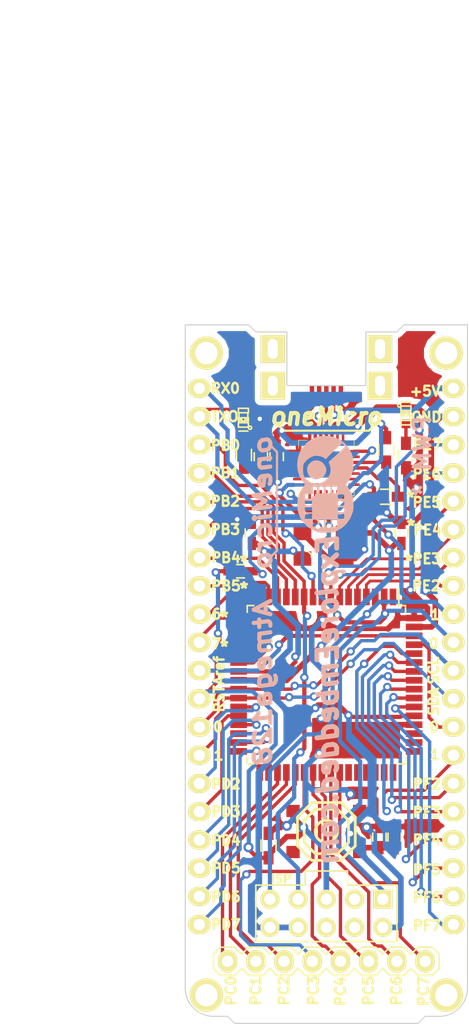
<source format=kicad_pcb>
(kicad_pcb (version 4) (host pcbnew "(2015-01-16 BZR 5376)-product")
  (layers (0 F.Cu signal hide) (31 B.Cu signal hide) (34 B.Paste user) (35 F.Paste user) (36 B.SilkS user) (37 F.SilkS user) (38 B.Mask user) (39 F.Mask user) (44 Edge.Cuts user))
  (net 0 "")
  (net 1 /+5V)
  (net 2 /RST)
  (net 3 /RX0)
  (net 4 /SCK)
  (net 5 /TX0)
  (net 6 GND)
  (net 7 "Net-(C1-Pad2)")
  (net 8 "Net-(C2-Pad2)")
  (net 9 "Net-(D1-Pad2)")
  (net 10 "Net-(D3-Pad1)")
  (net 11 "Net-(IC1-Pad10)")
  (net 12 "Net-(IC1-Pad12)")
  (net 13 "Net-(IC1-Pad13)")
  (net 14 "Net-(IC1-Pad14)")
  (net 15 "Net-(IC1-Pad15)")
  (net 16 "Net-(IC1-Pad16)")
  (net 17 "Net-(IC1-Pad17)")
  (net 18 "Net-(IC1-Pad27)")
  (net 19 "Net-(IC1-Pad28)")
  (net 20 "Net-(IC1-Pad29)")
  (net 21 "Net-(IC1-Pad30)")
  (net 22 "Net-(IC1-Pad31)")
  (net 23 "Net-(IC1-Pad32)")
  (net 24 "Net-(IC1-Pad35)")
  (net 25 "Net-(IC1-Pad36)")
  (net 26 "Net-(IC1-Pad37)")
  (net 27 "Net-(IC1-Pad38)")
  (net 28 "Net-(IC1-Pad39)")
  (net 29 "Net-(IC1-Pad4)")
  (net 30 "Net-(IC1-Pad40)")
  (net 31 "Net-(IC1-Pad41)")
  (net 32 "Net-(IC1-Pad42)")
  (net 33 "Net-(IC1-Pad44)")
  (net 34 "Net-(IC1-Pad45)")
  (net 35 "Net-(IC1-Pad46)")
  (net 36 "Net-(IC1-Pad47)")
  (net 37 "Net-(IC1-Pad48)")
  (net 38 "Net-(IC1-Pad49)")
  (net 39 "Net-(IC1-Pad5)")
  (net 40 "Net-(IC1-Pad50)")
  (net 41 "Net-(IC1-Pad51)")
  (net 42 "Net-(IC1-Pad54)")
  (net 43 "Net-(IC1-Pad55)")
  (net 44 "Net-(IC1-Pad56)")
  (net 45 "Net-(IC1-Pad57)")
  (net 46 "Net-(IC1-Pad58)")
  (net 47 "Net-(IC1-Pad59)")
  (net 48 "Net-(IC1-Pad6)")
  (net 49 "Net-(IC1-Pad60)")
  (net 50 "Net-(IC1-Pad61)")
  (net 51 "Net-(IC1-Pad7)")
  (net 52 "Net-(IC1-Pad8)")
  (net 53 "Net-(IC1-Pad9)")
  (net 54 "Net-(IC1-Pad1)")
  (net 55 "Net-(IC1-Pad18)")
  (net 56 "Net-(IC1-Pad19)")
  (net 57 "Net-(IC1-Pad33)")
  (net 58 "Net-(IC1-Pad34)")
  (net 59 "Net-(IC1-Pad43)")
  (net 60 "Net-(P8-Pad3)")
  (net 61 "Net-(P8-Pad4)")
  (net 62 "Net-(P8-Pad6)")
  (net 63 /SCL)
  (net 64 /SDA)
  (net 65 /Aref)
  (net 66 "Net-(C7-Pad2)")
  (net 67 "Net-(C8-Pad1)")
  (net 68 "Net-(CON1-Pad2)")
  (net 69 "Net-(CON1-Pad3)")
  (net 70 "Net-(R5-Pad2)")
  (net 71 "Net-(U1-Pad2)")
  (net 72 "Net-(U1-Pad1)")
  (net 73 "Net-(U1-Pad27)")
  (net 74 "Net-(U1-Pad24)")
  (net 75 "Net-(U1-Pad23)")
  (net 76 "Net-(U1-Pad22)")
  (net 77 "Net-(U1-Pad21)")
  (net 78 "Net-(U1-Pad20)")
  (net 79 "Net-(U1-Pad18)")
  (net 80 "Net-(U1-Pad17)")
  (net 81 "Net-(U1-Pad16)")
  (net 82 "Net-(U1-Pad15)")
  (net 83 "Net-(U1-Pad14)")
  (net 84 "Net-(U1-Pad13)")
  (net 85 "Net-(U1-Pad12)")
  (net 86 "Net-(U1-Pad11)")
  (net 87 "Net-(U1-Pad10)")
  (net 88 "Net-(U1-Pad9)")
  (net 89 "Net-(P6-Pad1)")
  (net 90 "Net-(P7-Pad1)")
  (net 91 "Net-(P9-Pad1)")
  (net 92 "Net-(P10-Pad1)")
  (net 93 "Net-(CON1-Pad4)")
  (net 94 "Net-(R4-Pad2)")
  (module EE:USB_Micro-B_SMD_NEW (layer F.Cu) (at 78.74 47.3456 270)
    (fp_text reference CON1 hide)
    (fp_text value USB-MICRO-B hide)
    (pad 1 smd rect (at 0.1 -1.3 270) (size 1.5 0.4) (layers F.Cu F.Paste F.Mask) (net 1 /+5V))
    (pad 2 smd rect (at 0.1 -0.65 270) (size 1.5 0.4) (layers F.Cu F.Paste F.Mask) (net 68 "Net-(CON1-Pad2)"))
    (pad 3 smd rect (at 0.1 0 270) (size 1.5 0.4) (layers F.Cu F.Paste F.Mask) (net 69 "Net-(CON1-Pad3)"))
    (pad 4 smd rect (at 0.1 0.65 270) (size 1.5 0.4) (layers F.Cu F.Paste F.Mask) (net 93 "Net-(CON1-Pad4)"))
    (pad 5 smd rect (at 0.1 1.3 270) (size 1.5 0.4) (layers F.Cu F.Paste F.Mask) (net 6 GND))
    (pad "" thru_hole rect (at -0.6 -4.825 270) (size 2.5 2.2) (drill oval 1.8 0.9) (layers *.Cu *.Mask F.SilkS))
    (pad "" thru_hole rect (at -3.9 -4.825 270) (size 2.5 2.2) (drill oval 1.8 0.9) (layers *.Cu *.Mask F.SilkS))
    (pad "" thru_hole rect (at -0.6 4.825 270) (size 2.5 2.2) (drill oval 1.8 0.9) (layers *.Cu *.Mask F.SilkS))
    (pad "" thru_hole rect (at -3.9 4.825 270) (size 2.5 2.2) (drill oval 1.8 0.9) (layers *.Cu *.Mask F.SilkS))
  )
  (module Connect:1pin (layer F.Cu) (at 89.535 101.6)
    (fp_text reference P9 hide)
    (fp_text value CONN_01X01 hide)
    (pad 1 thru_hole circle (at 0 0) (size 3 3) (drill 2) (layers *.Cu *.Mask F.SilkS) (net 91 "Net-(P9-Pad1)"))
  )
  (module Connect:1pin (layer F.Cu) (at 67.945 43.815)
    (fp_text reference P7 hide)
    (fp_text value CONN_01X01 hide)
    (pad 1 thru_hole circle (at 0 0) (size 3 3) (drill 2) (layers *.Cu *.Mask F.SilkS) (net 90 "Net-(P7-Pad1)"))
  )
  (module Connect:1pin (layer F.Cu) (at 89.535 43.815)
    (fp_text reference P10 hide)
    (fp_text value CONN_01X01 hide)
    (pad 1 thru_hole circle (at 0 0) (size 3 3) (drill 2) (layers *.Cu *.Mask F.SilkS) (net 92 "Net-(P10-Pad1)"))
  )
  (module Connect:1pin (layer F.Cu) (at 67.945 101.6)
    (fp_text reference P6 hide)
    (fp_text value CONN_01X01 hide)
    (pad 1 thru_hole circle (at 0 0) (size 3 3) (drill 2) (layers *.Cu *.Mask F.SilkS) (net 89 "Net-(P6-Pad1)"))
  )
  (module Pin_Headers:Pin_Header_Straight_1x08 (layer F.Cu) (at 69.85 98.552 90)
    (fp_text reference J2 hide)
    (fp_text value SIL8 hide)
    (pad 1 thru_hole oval (at 0 0 90) (size 2.032 1.7272) (drill 1.016) (layers *.Cu *.Mask F.SilkS) (net 24 "Net-(IC1-Pad35)"))
    (pad 2 thru_hole oval (at 0 2.54 90) (size 2.032 1.7272) (drill 1.016) (layers *.Cu *.Mask F.SilkS) (net 25 "Net-(IC1-Pad36)"))
    (pad 3 thru_hole oval (at 0 5.08 90) (size 2.032 1.7272) (drill 1.016) (layers *.Cu *.Mask F.SilkS) (net 26 "Net-(IC1-Pad37)"))
    (pad 4 thru_hole oval (at 0 7.62 90) (size 2.032 1.7272) (drill 1.016) (layers *.Cu *.Mask F.SilkS) (net 27 "Net-(IC1-Pad38)"))
    (pad 5 thru_hole oval (at 0 10.16 90) (size 2.032 1.7272) (drill 1.016) (layers *.Cu *.Mask F.SilkS) (net 28 "Net-(IC1-Pad39)"))
    (pad 6 thru_hole oval (at 0 12.7 90) (size 2.032 1.7272) (drill 1.016) (layers *.Cu *.Mask F.SilkS) (net 30 "Net-(IC1-Pad40)"))
    (pad 7 thru_hole oval (at 0 15.24 90) (size 2.032 1.7272) (drill 1.016) (layers *.Cu *.Mask F.SilkS) (net 31 "Net-(IC1-Pad41)"))
    (pad 8 thru_hole oval (at 0 17.78 90) (size 2.032 1.7272) (drill 1.016) (layers *.Cu *.Mask F.SilkS) (net 32 "Net-(IC1-Pad42)"))
  )
  (module Pin_Headers:Pin_Header_Straight_1x10 (layer F.Cu) (at 90.17 72.39)
    (fp_text reference P3 hide)
    (fp_text value CONN_10 hide)
    (pad 1 thru_hole oval (at 0 0) (size 2.032 1.7272) (drill 1.016) (layers *.Cu *.Mask F.SilkS) (net 63 /SCL))
    (pad 2 thru_hole oval (at 0 2.54) (size 2.032 1.7272) (drill 1.016) (layers *.Cu *.Mask F.SilkS) (net 64 /SDA))
    (pad 3 thru_hole oval (at 0 5.08) (size 2.032 1.7272) (drill 1.016) (layers *.Cu *.Mask F.SilkS) (net 50 "Net-(IC1-Pad61)"))
    (pad 4 thru_hole oval (at 0 7.62) (size 2.032 1.7272) (drill 1.016) (layers *.Cu *.Mask F.SilkS) (net 49 "Net-(IC1-Pad60)"))
    (pad 5 thru_hole oval (at 0 10.16) (size 2.032 1.7272) (drill 1.016) (layers *.Cu *.Mask F.SilkS) (net 47 "Net-(IC1-Pad59)"))
    (pad 6 thru_hole oval (at 0 12.7) (size 2.032 1.7272) (drill 1.016) (layers *.Cu *.Mask F.SilkS) (net 46 "Net-(IC1-Pad58)"))
    (pad 7 thru_hole oval (at 0 15.24) (size 2.032 1.7272) (drill 1.016) (layers *.Cu *.Mask F.SilkS) (net 45 "Net-(IC1-Pad57)"))
    (pad 8 thru_hole oval (at 0 17.78) (size 2.032 1.7272) (drill 1.016) (layers *.Cu *.Mask F.SilkS) (net 44 "Net-(IC1-Pad56)"))
    (pad 9 thru_hole oval (at 0 20.32) (size 2.032 1.7272) (drill 1.016) (layers *.Cu *.Mask F.SilkS) (net 43 "Net-(IC1-Pad55)"))
    (pad 10 thru_hole oval (at 0 22.86) (size 2.032 1.7272) (drill 1.016) (layers *.Cu *.Mask F.SilkS) (net 42 "Net-(IC1-Pad54)"))
  )
  (module Pin_Headers:Pin_Header_Straight_1x10 (layer F.Cu) (at 90.17 69.85 180)
    (fp_text reference P4 hide)
    (fp_text value CONN_10 hide)
    (pad 1 thru_hole oval (at 0 0 180) (size 2.032 1.7272) (drill 1.016) (layers *.Cu *.Mask F.SilkS) (net 3 /RX0))
    (pad 2 thru_hole oval (at 0 2.54 180) (size 2.032 1.7272) (drill 1.016) (layers *.Cu *.Mask F.SilkS) (net 5 /TX0))
    (pad 3 thru_hole oval (at 0 5.08 180) (size 2.032 1.7272) (drill 1.016) (layers *.Cu *.Mask F.SilkS) (net 29 "Net-(IC1-Pad4)"))
    (pad 4 thru_hole oval (at 0 7.62 180) (size 2.032 1.7272) (drill 1.016) (layers *.Cu *.Mask F.SilkS) (net 39 "Net-(IC1-Pad5)"))
    (pad 5 thru_hole oval (at 0 10.16 180) (size 2.032 1.7272) (drill 1.016) (layers *.Cu *.Mask F.SilkS) (net 48 "Net-(IC1-Pad6)"))
    (pad 6 thru_hole oval (at 0 12.7 180) (size 2.032 1.7272) (drill 1.016) (layers *.Cu *.Mask F.SilkS) (net 51 "Net-(IC1-Pad7)"))
    (pad 7 thru_hole oval (at 0 15.24 180) (size 2.032 1.7272) (drill 1.016) (layers *.Cu *.Mask F.SilkS) (net 52 "Net-(IC1-Pad8)"))
    (pad 8 thru_hole oval (at 0 17.78 180) (size 2.032 1.7272) (drill 1.016) (layers *.Cu *.Mask F.SilkS) (net 53 "Net-(IC1-Pad9)"))
    (pad 9 thru_hole oval (at 0 20.32 180) (size 2.032 1.7272) (drill 1.016) (layers *.Cu *.Mask F.SilkS) (net 6 GND))
    (pad 10 thru_hole oval (at 0 22.86 180) (size 2.032 1.7272) (drill 1.016) (layers *.Cu *.Mask F.SilkS) (net 1 /+5V))
  )
  (module Pin_Headers:Pin_Header_Straight_1x10 (layer F.Cu) (at 67.31 72.39)
    (fp_text reference P2 hide)
    (fp_text value CONN_10 hide)
    (pad 1 thru_hole oval (at 0 0) (size 2.032 1.7272) (drill 1.016) (layers *.Cu *.Mask F.SilkS) (net 65 /Aref))
    (pad 2 thru_hole oval (at 0 2.54) (size 2.032 1.7272) (drill 1.016) (layers *.Cu *.Mask F.SilkS) (net 2 /RST))
    (pad 3 thru_hole oval (at 0 5.08) (size 2.032 1.7272) (drill 1.016) (layers *.Cu *.Mask F.SilkS) (net 63 /SCL))
    (pad 4 thru_hole oval (at 0 7.62) (size 2.032 1.7272) (drill 1.016) (layers *.Cu *.Mask F.SilkS) (net 64 /SDA))
    (pad 5 thru_hole oval (at 0 10.16) (size 2.032 1.7272) (drill 1.016) (layers *.Cu *.Mask F.SilkS) (net 18 "Net-(IC1-Pad27)"))
    (pad 6 thru_hole oval (at 0 12.7) (size 2.032 1.7272) (drill 1.016) (layers *.Cu *.Mask F.SilkS) (net 19 "Net-(IC1-Pad28)"))
    (pad 7 thru_hole oval (at 0 15.24) (size 2.032 1.7272) (drill 1.016) (layers *.Cu *.Mask F.SilkS) (net 20 "Net-(IC1-Pad29)"))
    (pad 8 thru_hole oval (at 0 17.78) (size 2.032 1.7272) (drill 1.016) (layers *.Cu *.Mask F.SilkS) (net 21 "Net-(IC1-Pad30)"))
    (pad 9 thru_hole oval (at 0 20.32) (size 2.032 1.7272) (drill 1.016) (layers *.Cu *.Mask F.SilkS) (net 22 "Net-(IC1-Pad31)"))
    (pad 10 thru_hole oval (at 0 22.86) (size 2.032 1.7272) (drill 1.016) (layers *.Cu *.Mask F.SilkS) (net 23 "Net-(IC1-Pad32)"))
  )
  (module Pin_Headers:Pin_Header_Straight_1x10 (layer F.Cu) (at 67.31 46.99)
    (fp_text reference P1 hide)
    (fp_text value CONN_10 hide)
    (pad 1 thru_hole oval (at 0 0) (size 2.032 1.7272) (drill 1.016) (layers *.Cu *.Mask F.SilkS) (net 3 /RX0))
    (pad 2 thru_hole oval (at 0 2.54) (size 2.032 1.7272) (drill 1.016) (layers *.Cu *.Mask F.SilkS) (net 5 /TX0))
    (pad 3 thru_hole oval (at 0 5.08) (size 2.032 1.7272) (drill 1.016) (layers *.Cu *.Mask F.SilkS) (net 11 "Net-(IC1-Pad10)"))
    (pad 4 thru_hole oval (at 0 7.62) (size 2.032 1.7272) (drill 1.016) (layers *.Cu *.Mask F.SilkS) (net 4 /SCK))
    (pad 5 thru_hole oval (at 0 10.16) (size 2.032 1.7272) (drill 1.016) (layers *.Cu *.Mask F.SilkS) (net 12 "Net-(IC1-Pad12)"))
    (pad 6 thru_hole oval (at 0 12.7) (size 2.032 1.7272) (drill 1.016) (layers *.Cu *.Mask F.SilkS) (net 13 "Net-(IC1-Pad13)"))
    (pad 7 thru_hole oval (at 0 15.24) (size 2.032 1.7272) (drill 1.016) (layers *.Cu *.Mask F.SilkS) (net 14 "Net-(IC1-Pad14)"))
    (pad 8 thru_hole oval (at 0 17.78) (size 2.032 1.7272) (drill 1.016) (layers *.Cu *.Mask F.SilkS) (net 15 "Net-(IC1-Pad15)"))
    (pad 9 thru_hole oval (at 0 20.32) (size 2.032 1.7272) (drill 1.016) (layers *.Cu *.Mask F.SilkS) (net 16 "Net-(IC1-Pad16)"))
    (pad 10 thru_hole oval (at 0 22.86) (size 2.032 1.7272) (drill 1.016) (layers *.Cu *.Mask F.SilkS) (net 17 "Net-(IC1-Pad17)"))
  )
  (module Pin_Headers:Pin_Header_Straight_2x05 (layer F.Cu) (at 83.82 92.964 270)
    (fp_text reference P8 hide)
    (fp_text value CONN_5X2 hide)
    (pad 1 thru_hole rect (at 0 0 270) (size 1.7272 1.7272) (drill 1.016) (layers *.Cu *.Mask F.SilkS) (net 3 /RX0))
    (pad 2 thru_hole oval (at 2.54 0 270) (size 1.7272 1.7272) (drill 1.016) (layers *.Cu *.Mask F.SilkS) (net 1 /+5V))
    (pad 3 thru_hole oval (at 0 2.54 270) (size 1.7272 1.7272) (drill 1.016) (layers *.Cu *.Mask F.SilkS) (net 60 "Net-(P8-Pad3)"))
    (pad 4 thru_hole oval (at 2.54 2.54 270) (size 1.7272 1.7272) (drill 1.016) (layers *.Cu *.Mask F.SilkS) (net 61 "Net-(P8-Pad4)"))
    (pad 5 thru_hole oval (at 0 5.08 270) (size 1.7272 1.7272) (drill 1.016) (layers *.Cu *.Mask F.SilkS) (net 2 /RST))
    (pad 6 thru_hole oval (at 2.54 5.08 270) (size 1.7272 1.7272) (drill 1.016) (layers *.Cu *.Mask F.SilkS) (net 62 "Net-(P8-Pad6)"))
    (pad 7 thru_hole oval (at 0 7.62 270) (size 1.7272 1.7272) (drill 1.016) (layers *.Cu *.Mask F.SilkS) (net 4 /SCK))
    (pad 8 thru_hole oval (at 2.54 7.62 270) (size 1.7272 1.7272) (drill 1.016) (layers *.Cu *.Mask F.SilkS) (net 6 GND))
    (pad 9 thru_hole oval (at 0 10.16 270) (size 1.7272 1.7272) (drill 1.016) (layers *.Cu *.Mask F.SilkS) (net 5 /TX0))
    (pad 10 thru_hole oval (at 2.54 10.16 270) (size 1.7272 1.7272) (drill 1.016) (layers *.Cu *.Mask F.SilkS) (net 6 GND))
  )
  (module Capacitors_SMD:C_0603_HandSoldering (layer F.Cu) (at 72.0344 59.9948 270)
    (fp_text reference C1 hide)
    (fp_text value 22PF hide)
    (pad 1 smd rect (at -0.95 0 270) (size 1.2 0.75) (layers F.Cu F.Paste F.Mask) (net 6 GND))
    (pad 2 smd rect (at 0.95 0 270) (size 1.2 0.75) (layers F.Cu F.Paste F.Mask) (net 7 "Net-(C1-Pad2)"))
  )
  (module Capacitors_SMD:C_0603_HandSoldering (layer F.Cu) (at 85.4964 59.9948 270)
    (fp_text reference C2 hide)
    (fp_text value 22PF hide)
    (pad 1 smd rect (at -0.95 0 270) (size 1.2 0.75) (layers F.Cu F.Paste F.Mask) (net 6 GND))
    (pad 2 smd rect (at 0.95 0 270) (size 1.2 0.75) (layers F.Cu F.Paste F.Mask) (net 8 "Net-(C2-Pad2)"))
  )
  (module Capacitors_SMD:C_0603_HandSoldering (layer F.Cu) (at 83.5152 87.376 270)
    (fp_text reference C3 hide)
    (fp_text value 0.1uF hide)
    (pad 1 smd rect (at -0.95 0 270) (size 1.2 0.75) (layers F.Cu F.Paste F.Mask) (net 1 /+5V))
    (pad 2 smd rect (at 0.95 0 270) (size 1.2 0.75) (layers F.Cu F.Paste F.Mask) (net 6 GND))
  )
  (module Capacitors_SMD:C_0603_HandSoldering (layer F.Cu) (at 84.8868 87.376 270)
    (fp_text reference C4 hide)
    (fp_text value 0.1uF hide)
    (pad 1 smd rect (at -0.95 0 270) (size 1.2 0.75) (layers F.Cu F.Paste F.Mask) (net 1 /+5V))
    (pad 2 smd rect (at 0.95 0 270) (size 1.2 0.75) (layers F.Cu F.Paste F.Mask) (net 6 GND))
  )
  (module EE:LED-0603_NEW (layer F.Cu) (at 71.2724 49.6316 270)
    (fp_text reference D1 hide)
    (fp_text value LED hide)
    (pad 1 smd rect (at -0.7493 0 270) (size 0.79756 0.79756) (layers F.Cu F.Paste F.Mask) (net 5 /TX0))
    (pad 2 smd rect (at 0.7493 0 270) (size 0.79756 0.79756) (layers F.Cu F.Paste F.Mask) (net 9 "Net-(D1-Pad2)"))
  )
  (module EE:LED-0603_NEW (layer F.Cu) (at 85.9028 49.4284 90)
    (fp_text reference D3 hide)
    (fp_text value LED hide)
    (pad 1 smd rect (at -0.7493 0 90) (size 0.79756 0.79756) (layers F.Cu F.Paste F.Mask) (net 10 "Net-(D3-Pad1)"))
    (pad 2 smd rect (at 0.7493 0 90) (size 0.79756 0.79756) (layers F.Cu F.Paste F.Mask) (net 6 GND))
  )
  (module Housings_QFP:LQFP-64_14x14mm_Pitch0.8mm (layer F.Cu) (at 78.74 73.66 270)
    (fp_text reference IC1 hide)
    (fp_text value ATMEGA128-A hide)
    (pad 1 smd rect (at -7.9 -6 270) (size 1.5 0.6) (layers F.Cu F.Paste F.Mask) (net 54 "Net-(IC1-Pad1)"))
    (pad 2 smd rect (at -7.9 -5.2 270) (size 1.5 0.6) (layers F.Cu F.Paste F.Mask) (net 3 /RX0))
    (pad 3 smd rect (at -7.9 -4.4 270) (size 1.5 0.6) (layers F.Cu F.Paste F.Mask) (net 5 /TX0))
    (pad 4 smd rect (at -7.9 -3.6 270) (size 1.5 0.6) (layers F.Cu F.Paste F.Mask) (net 29 "Net-(IC1-Pad4)"))
    (pad 5 smd rect (at -7.9 -2.8 270) (size 1.5 0.6) (layers F.Cu F.Paste F.Mask) (net 39 "Net-(IC1-Pad5)"))
    (pad 6 smd rect (at -7.9 -2 270) (size 1.5 0.6) (layers F.Cu F.Paste F.Mask) (net 48 "Net-(IC1-Pad6)"))
    (pad 7 smd rect (at -7.9 -1.2 270) (size 1.5 0.6) (layers F.Cu F.Paste F.Mask) (net 51 "Net-(IC1-Pad7)"))
    (pad 8 smd rect (at -7.9 -0.4 270) (size 1.5 0.6) (layers F.Cu F.Paste F.Mask) (net 52 "Net-(IC1-Pad8)"))
    (pad 9 smd rect (at -7.9 0.4 270) (size 1.5 0.6) (layers F.Cu F.Paste F.Mask) (net 53 "Net-(IC1-Pad9)"))
    (pad 10 smd rect (at -7.9 1.2 270) (size 1.5 0.6) (layers F.Cu F.Paste F.Mask) (net 11 "Net-(IC1-Pad10)"))
    (pad 11 smd rect (at -7.9 2 270) (size 1.5 0.6) (layers F.Cu F.Paste F.Mask) (net 4 /SCK))
    (pad 12 smd rect (at -7.9 2.8 270) (size 1.5 0.6) (layers F.Cu F.Paste F.Mask) (net 12 "Net-(IC1-Pad12)"))
    (pad 13 smd rect (at -7.9 3.6 270) (size 1.5 0.6) (layers F.Cu F.Paste F.Mask) (net 13 "Net-(IC1-Pad13)"))
    (pad 14 smd rect (at -7.9 4.4 270) (size 1.5 0.6) (layers F.Cu F.Paste F.Mask) (net 14 "Net-(IC1-Pad14)"))
    (pad 15 smd rect (at -7.9 5.2 270) (size 1.5 0.6) (layers F.Cu F.Paste F.Mask) (net 15 "Net-(IC1-Pad15)"))
    (pad 16 smd rect (at -7.9 6 270) (size 1.5 0.6) (layers F.Cu F.Paste F.Mask) (net 16 "Net-(IC1-Pad16)"))
    (pad 17 smd rect (at -6 7.9) (size 1.5 0.6) (layers F.Cu F.Paste F.Mask) (net 17 "Net-(IC1-Pad17)"))
    (pad 18 smd rect (at -5.2 7.9) (size 1.5 0.6) (layers F.Cu F.Paste F.Mask) (net 55 "Net-(IC1-Pad18)"))
    (pad 19 smd rect (at -4.4 7.9) (size 1.5 0.6) (layers F.Cu F.Paste F.Mask) (net 56 "Net-(IC1-Pad19)"))
    (pad 20 smd rect (at -3.6 7.9) (size 1.5 0.6) (layers F.Cu F.Paste F.Mask) (net 2 /RST))
    (pad 21 smd rect (at -2.8 7.9) (size 1.5 0.6) (layers F.Cu F.Paste F.Mask) (net 1 /+5V))
    (pad 22 smd rect (at -2 7.9) (size 1.5 0.6) (layers F.Cu F.Paste F.Mask) (net 6 GND))
    (pad 23 smd rect (at -1.2 7.9) (size 1.5 0.6) (layers F.Cu F.Paste F.Mask) (net 7 "Net-(C1-Pad2)"))
    (pad 24 smd rect (at -0.4 7.9) (size 1.5 0.6) (layers F.Cu F.Paste F.Mask) (net 8 "Net-(C2-Pad2)"))
    (pad 25 smd rect (at 0.4 7.9) (size 1.5 0.6) (layers F.Cu F.Paste F.Mask) (net 63 /SCL))
    (pad 26 smd rect (at 1.2 7.9) (size 1.5 0.6) (layers F.Cu F.Paste F.Mask) (net 64 /SDA))
    (pad 27 smd rect (at 2 7.9) (size 1.5 0.6) (layers F.Cu F.Paste F.Mask) (net 18 "Net-(IC1-Pad27)"))
    (pad 28 smd rect (at 2.8 7.9) (size 1.5 0.6) (layers F.Cu F.Paste F.Mask) (net 19 "Net-(IC1-Pad28)"))
    (pad 29 smd rect (at 3.6 7.9) (size 1.5 0.6) (layers F.Cu F.Paste F.Mask) (net 20 "Net-(IC1-Pad29)"))
    (pad 30 smd rect (at 4.4 7.9) (size 1.5 0.6) (layers F.Cu F.Paste F.Mask) (net 21 "Net-(IC1-Pad30)"))
    (pad 31 smd rect (at 5.2 7.9) (size 1.5 0.6) (layers F.Cu F.Paste F.Mask) (net 22 "Net-(IC1-Pad31)"))
    (pad 32 smd rect (at 6 7.9) (size 1.5 0.6) (layers F.Cu F.Paste F.Mask) (net 23 "Net-(IC1-Pad32)"))
    (pad 33 smd rect (at 7.9 6 270) (size 1.5 0.6) (layers F.Cu F.Paste F.Mask) (net 57 "Net-(IC1-Pad33)"))
    (pad 34 smd rect (at 7.9 5.2 270) (size 1.5 0.6) (layers F.Cu F.Paste F.Mask) (net 58 "Net-(IC1-Pad34)"))
    (pad 35 smd rect (at 7.9 4.4 270) (size 1.5 0.6) (layers F.Cu F.Paste F.Mask) (net 24 "Net-(IC1-Pad35)"))
    (pad 36 smd rect (at 7.9 3.6 270) (size 1.5 0.6) (layers F.Cu F.Paste F.Mask) (net 25 "Net-(IC1-Pad36)"))
    (pad 37 smd rect (at 7.9 2.8 270) (size 1.5 0.6) (layers F.Cu F.Paste F.Mask) (net 26 "Net-(IC1-Pad37)"))
    (pad 38 smd rect (at 7.9 2 270) (size 1.5 0.6) (layers F.Cu F.Paste F.Mask) (net 27 "Net-(IC1-Pad38)"))
    (pad 39 smd rect (at 7.9 1.2 270) (size 1.5 0.6) (layers F.Cu F.Paste F.Mask) (net 28 "Net-(IC1-Pad39)"))
    (pad 40 smd rect (at 7.9 0.4 270) (size 1.5 0.6) (layers F.Cu F.Paste F.Mask) (net 30 "Net-(IC1-Pad40)"))
    (pad 41 smd rect (at 7.9 -0.4 270) (size 1.5 0.6) (layers F.Cu F.Paste F.Mask) (net 31 "Net-(IC1-Pad41)"))
    (pad 42 smd rect (at 7.9 -1.2 270) (size 1.5 0.6) (layers F.Cu F.Paste F.Mask) (net 32 "Net-(IC1-Pad42)"))
    (pad 43 smd rect (at 7.9 -2 270) (size 1.5 0.6) (layers F.Cu F.Paste F.Mask) (net 59 "Net-(IC1-Pad43)"))
    (pad 44 smd rect (at 7.9 -2.8 270) (size 1.5 0.6) (layers F.Cu F.Paste F.Mask) (net 33 "Net-(IC1-Pad44)"))
    (pad 45 smd rect (at 7.9 -3.6 270) (size 1.5 0.6) (layers F.Cu F.Paste F.Mask) (net 34 "Net-(IC1-Pad45)"))
    (pad 46 smd rect (at 7.9 -4.4 270) (size 1.5 0.6) (layers F.Cu F.Paste F.Mask) (net 35 "Net-(IC1-Pad46)"))
    (pad 47 smd rect (at 7.9 -5.2 270) (size 1.5 0.6) (layers F.Cu F.Paste F.Mask) (net 36 "Net-(IC1-Pad47)"))
    (pad 48 smd rect (at 7.9 -6 270) (size 1.5 0.6) (layers F.Cu F.Paste F.Mask) (net 37 "Net-(IC1-Pad48)"))
    (pad 49 smd rect (at 6 -7.9) (size 1.5 0.6) (layers F.Cu F.Paste F.Mask) (net 38 "Net-(IC1-Pad49)"))
    (pad 50 smd rect (at 5.2 -7.9) (size 1.5 0.6) (layers F.Cu F.Paste F.Mask) (net 40 "Net-(IC1-Pad50)"))
    (pad 51 smd rect (at 4.4 -7.9) (size 1.5 0.6) (layers F.Cu F.Paste F.Mask) (net 41 "Net-(IC1-Pad51)"))
    (pad 52 smd rect (at 3.6 -7.9) (size 1.5 0.6) (layers F.Cu F.Paste F.Mask) (net 1 /+5V))
    (pad 53 smd rect (at 2.8 -7.9) (size 1.5 0.6) (layers F.Cu F.Paste F.Mask) (net 6 GND))
    (pad 54 smd rect (at 2 -7.9) (size 1.5 0.6) (layers F.Cu F.Paste F.Mask) (net 42 "Net-(IC1-Pad54)"))
    (pad 55 smd rect (at 1.2 -7.9) (size 1.5 0.6) (layers F.Cu F.Paste F.Mask) (net 43 "Net-(IC1-Pad55)"))
    (pad 56 smd rect (at 0.4 -7.9) (size 1.5 0.6) (layers F.Cu F.Paste F.Mask) (net 44 "Net-(IC1-Pad56)"))
    (pad 57 smd rect (at -0.4 -7.9) (size 1.5 0.6) (layers F.Cu F.Paste F.Mask) (net 45 "Net-(IC1-Pad57)"))
    (pad 58 smd rect (at -1.2 -7.9) (size 1.5 0.6) (layers F.Cu F.Paste F.Mask) (net 46 "Net-(IC1-Pad58)"))
    (pad 59 smd rect (at -2 -7.9) (size 1.5 0.6) (layers F.Cu F.Paste F.Mask) (net 47 "Net-(IC1-Pad59)"))
    (pad 60 smd rect (at -2.8 -7.9) (size 1.5 0.6) (layers F.Cu F.Paste F.Mask) (net 49 "Net-(IC1-Pad60)"))
    (pad 61 smd rect (at -3.6 -7.9) (size 1.5 0.6) (layers F.Cu F.Paste F.Mask) (net 50 "Net-(IC1-Pad61)"))
    (pad 62 smd rect (at -4.4 -7.9) (size 1.5 0.6) (layers F.Cu F.Paste F.Mask) (net 65 /Aref))
    (pad 63 smd rect (at -5.2 -7.9) (size 1.5 0.6) (layers F.Cu F.Paste F.Mask) (net 6 GND))
    (pad 64 smd rect (at -6 -7.9) (size 1.5 0.6) (layers F.Cu F.Paste F.Mask) (net 1 /+5V))
  )
  (module Logo_new:Logo_8 (layer B.Cu) (at 78.613 55.499 270)
    (fp_text reference P5 hide)
    (fp_text value CONN_01X01 hide)
  )
  (module Resistors_SMD:R_0603_HandSoldering (layer F.Cu) (at 73.533 88.138 90)
    (fp_text reference R1 hide)
    (fp_text value 10K hide)
    (pad 1 smd rect (at -1.1 0 90) (size 1.2 0.9) (layers F.Cu F.Paste F.Mask) (net 2 /RST))
    (pad 2 smd rect (at 1.1 0 90) (size 1.2 0.9) (layers F.Cu F.Paste F.Mask) (net 1 /+5V))
  )
  (module Resistors_SMD:R_0603_HandSoldering (layer F.Cu) (at 71.3232 52.9844 270)
    (fp_text reference R2 hide)
    (fp_text value 470r hide)
    (pad 1 smd rect (at -1.1 0 270) (size 1.2 0.9) (layers F.Cu F.Paste F.Mask) (net 9 "Net-(D1-Pad2)"))
    (pad 2 smd rect (at 1.1 0 270) (size 1.2 0.9) (layers F.Cu F.Paste F.Mask) (net 6 GND))
  )
  (module Resistors_SMD:R_0603_HandSoldering (layer F.Cu) (at 85.9028 53.0352 90)
    (fp_text reference R3 hide)
    (fp_text value 470r hide)
    (pad 1 smd rect (at -1.1 0 90) (size 1.2 0.9) (layers F.Cu F.Paste F.Mask) (net 1 /+5V))
    (pad 2 smd rect (at 1.1 0 90) (size 1.2 0.9) (layers F.Cu F.Paste F.Mask) (net 10 "Net-(D3-Pad1)"))
  )
  (module Capacitors_SMD:C_0603_HandSoldering (layer F.Cu) (at 74.2696 53.1368 270)
    (fp_text reference C6 hide)
    (fp_text value 0.1uF hide)
    (pad 1 smd rect (at -0.95 0 270) (size 1.2 0.75) (layers F.Cu F.Paste F.Mask) (net 1 /+5V))
    (pad 2 smd rect (at 0.95 0 270) (size 1.2 0.75) (layers F.Cu F.Paste F.Mask) (net 6 GND))
  )
  (module Capacitors_SMD:C_0603_HandSoldering (layer F.Cu) (at 72.8472 53.1368 90)
    (fp_text reference C7 hide)
    (fp_text value 0.1uF hide)
    (pad 1 smd rect (at -0.95 0 90) (size 1.2 0.75) (layers F.Cu F.Paste F.Mask) (net 6 GND))
    (pad 2 smd rect (at 0.95 0 90) (size 1.2 0.75) (layers F.Cu F.Paste F.Mask) (net 66 "Net-(C7-Pad2)"))
  )
  (module Capacitors_SMD:C_0603_HandSoldering (layer F.Cu) (at 71.0184 63.4492 180)
    (fp_text reference C8 hide)
    (fp_text value 0.1uF hide)
    (pad 1 smd rect (at -0.95 0 180) (size 1.2 0.75) (layers F.Cu F.Paste F.Mask) (net 67 "Net-(C8-Pad1)"))
    (pad 2 smd rect (at 0.95 0 180) (size 1.2 0.75) (layers F.Cu F.Paste F.Mask) (net 2 /RST))
  )
  (module Resistors_SMD:R_0603_HandSoldering (layer F.Cu) (at 84.1248 52.5272 270)
    (fp_text reference R5 hide)
    (fp_text value 470r hide)
    (pad 1 smd rect (at -1.1 0 270) (size 1.2 0.9) (layers F.Cu F.Paste F.Mask) (net 3 /RX0))
    (pad 2 smd rect (at 1.1 0 270) (size 1.2 0.9) (layers F.Cu F.Paste F.Mask) (net 70 "Net-(R5-Pad2)"))
  )
  (module EE:cp2102_xl2 (layer F.Cu) (at 78.74 54.1528 270)
    (fp_text reference U1 hide)
    (fp_text value CP2102 hide)
    (pad 7 smd rect (at -2.49936 1.50114 270) (size 1.00076 0.23114) (layers F.Cu F.Paste F.Mask) (net 1 /+5V))
    (pad 6 smd rect (at -2.49936 1.00076 270) (size 1.00076 0.23114) (layers F.Cu F.Paste F.Mask) (net 66 "Net-(C7-Pad2)"))
    (pad 5 smd rect (at -2.49936 0.50038 270) (size 1.00076 0.23114) (layers F.Cu F.Paste F.Mask) (net 68 "Net-(CON1-Pad2)"))
    (pad 4 smd rect (at -2.49936 0 270) (size 1.00076 0.23114) (layers F.Cu F.Paste F.Mask) (net 69 "Net-(CON1-Pad3)"))
    (pad 3 smd rect (at -2.49936 -0.50038 270) (size 1.00076 0.23114) (layers F.Cu F.Paste F.Mask) (net 6 GND))
    (pad 2 smd rect (at -2.49936 -1.00076 270) (size 1.00076 0.23114) (layers F.Cu F.Paste F.Mask) (net 71 "Net-(U1-Pad2)"))
    (pad 1 smd rect (at -2.49936 -1.50114 270) (size 1.00076 0.23114) (layers F.Cu F.Paste F.Mask) (net 72 "Net-(U1-Pad1)"))
    (pad 28 smd rect (at -1.50114 -2.49936 270) (size 0.23114 1.00076) (layers F.Cu F.Paste F.Mask) (net 67 "Net-(C8-Pad1)"))
    (pad 27 smd rect (at -1.00076 -2.49936 270) (size 0.23114 1.00076) (layers F.Cu F.Paste F.Mask) (net 73 "Net-(U1-Pad27)"))
    (pad 26 smd rect (at -0.50038 -2.49936 270) (size 0.23114 1.00076) (layers F.Cu F.Paste F.Mask) (net 70 "Net-(R5-Pad2)"))
    (pad 25 smd rect (at 0 -2.49936 270) (size 0.23114 1.00076) (layers F.Cu F.Paste F.Mask) (net 94 "Net-(R4-Pad2)"))
    (pad 24 smd rect (at 0.50038 -2.49936 270) (size 0.23114 1.00076) (layers F.Cu F.Paste F.Mask) (net 74 "Net-(U1-Pad24)"))
    (pad 23 smd rect (at 1.00076 -2.49936 270) (size 0.23114 1.00076) (layers F.Cu F.Paste F.Mask) (net 75 "Net-(U1-Pad23)"))
    (pad 22 smd rect (at 1.50114 -2.49936 270) (size 0.23114 1.00076) (layers F.Cu F.Paste F.Mask) (net 76 "Net-(U1-Pad22)"))
    (pad 21 smd rect (at 2.49936 -1.50114 270) (size 1.00076 0.23114) (layers F.Cu F.Paste F.Mask) (net 77 "Net-(U1-Pad21)"))
    (pad 20 smd rect (at 2.49936 -1.00076 270) (size 1.00076 0.23114) (layers F.Cu F.Paste F.Mask) (net 78 "Net-(U1-Pad20)"))
    (pad 19 smd rect (at 2.49936 -0.50038 270) (size 1.00076 0.23114) (layers F.Cu F.Paste F.Mask))
    (pad 18 smd rect (at 2.49936 0 270) (size 1.00076 0.23114) (layers F.Cu F.Paste F.Mask) (net 79 "Net-(U1-Pad18)"))
    (pad 17 smd rect (at 2.49936 0.50038 270) (size 1.00076 0.23114) (layers F.Cu F.Paste F.Mask) (net 80 "Net-(U1-Pad17)"))
    (pad 16 smd rect (at 2.49936 1.00076 270) (size 1.00076 0.23114) (layers F.Cu F.Paste F.Mask) (net 81 "Net-(U1-Pad16)"))
    (pad 15 smd rect (at 2.49936 1.50114 270) (size 1.00076 0.23114) (layers F.Cu F.Paste F.Mask) (net 82 "Net-(U1-Pad15)"))
    (pad 14 smd rect (at 1.50114 2.49936 270) (size 0.23114 1.00076) (layers F.Cu F.Paste F.Mask) (net 83 "Net-(U1-Pad14)"))
    (pad 13 smd rect (at 1.00076 2.49936 270) (size 0.23114 1.00076) (layers F.Cu F.Paste F.Mask) (net 84 "Net-(U1-Pad13)"))
    (pad 12 smd rect (at 0.50038 2.49936 270) (size 0.23114 1.00076) (layers F.Cu F.Paste F.Mask) (net 85 "Net-(U1-Pad12)"))
    (pad 11 smd rect (at 0 2.49936 270) (size 0.23114 1.00076) (layers F.Cu F.Paste F.Mask) (net 86 "Net-(U1-Pad11)"))
    (pad 10 smd rect (at -0.50038 2.49936 270) (size 0.23114 1.00076) (layers F.Cu F.Paste F.Mask) (net 87 "Net-(U1-Pad10)"))
    (pad 9 smd rect (at -1.00076 2.49936 270) (size 0.23114 1.00076) (layers F.Cu F.Paste F.Mask) (net 88 "Net-(U1-Pad9)"))
    (pad 8 smd rect (at -1.50114 2.49936 270) (size 0.23114 1.00076) (layers F.Cu F.Paste F.Mask) (net 1 /+5V))
    (pad 29 smd rect (at 0 0 270) (size 1.50114 1.50114) (layers F.Cu F.Paste F.Mask))
    (pad "" smd circle (at -2.25044 -2.25044 270) (size 0.29972 0.29972) (layers F.Cu F.Paste F.Mask))
  )
  (module Resistors_SMD:R_0603_HandSoldering (layer F.Cu) (at 84.1248 56.7436)
    (fp_text reference R4 hide)
    (fp_text value 470r hide)
    (pad 1 smd rect (at -1.1 0) (size 1.2 0.9) (layers F.Cu F.Paste F.Mask) (net 5 /TX0))
    (pad 2 smd rect (at 1.1 0) (size 1.2 0.9) (layers F.Cu F.Paste F.Mask) (net 94 "Net-(R4-Pad2)"))
  )
  (module EE:smd_push2 (layer F.Cu) (at 78.74 86.868)
    (fp_text reference SW1 hide)
    (fp_text value rst hide)
    (pad 1 smd rect (at -2.99974 -1.84912) (size 1.2 1.1) (layers F.Cu F.Paste F.Mask) (net 2 /RST))
    (pad 2 smd rect (at 2.99974 1.84912) (size 1.2 1.1) (layers F.Cu F.Paste F.Mask) (net 6 GND))
    (pad 3 smd rect (at -2.99974 1.84912) (size 1.2 1.1) (layers F.Cu F.Paste F.Mask))
    (pad 4 smd rect (at 2.99974 -1.84912) (size 1.2 1.1) (layers F.Cu F.Paste F.Mask))
  )
  (module EE:16Mhz_5x3.2mm_Crystal (layer F.Cu) (at 78.486 61.1505)
    (fp_text reference U2 hide)
    (fp_text value 16Mhz_SMD hide)
    (pad 1 smd rect (at -1.9 1.15) (size 1.6 1.3) (layers F.Cu F.Paste F.Mask) (net 7 "Net-(C1-Pad2)"))
    (pad 2 smd rect (at 1.9 1.15) (size 1.6 1.3) (layers F.Cu F.Paste F.Mask) (net 6 GND))
    (pad 3 smd rect (at 1.9 -1.15) (size 1.6 1.3) (layers F.Cu F.Paste F.Mask) (net 8 "Net-(C2-Pad2)"))
    (pad 4 smd rect (at -1.9 -1.15) (size 1.6 1.3) (layers F.Cu F.Paste F.Mask) (net 6 GND))
  )
  (gr_line (start 82.55 50.8) (end 83.185 50.165) (angle 90) (layer F.SilkS) (width 0.2))
  (gr_line (start 74.93 50.8) (end 82.55 50.8) (angle 90) (layer F.SilkS) (width 0.2))
  (gr_line (start 74.295 50.165) (end 74.93 50.8) (angle 90) (layer F.SilkS) (width 0.2))
  (gr_line (start 74.295 52.705) (end 73.66 52.07) (angle 90) (layer B.SilkS) (width 0.2))
  (gr_line (start 74.295 61.595) (end 74.295 52.705) (angle 90) (layer B.SilkS) (width 0.2))
  (gr_line (start 73.66 62.23) (end 74.295 61.595) (angle 90) (layer B.SilkS) (width 0.2))
  (gr_text "oneMicro  Atmega128" (at 73.025 66.04 90) (layer B.SilkS) (effects (font (size 1.5 1.8) (thickness 0.375) italic) (justify mirror)))
  (gr_text oneMicro (at 78.74 49.53) (layer F.SilkS) (effects (font (size 1.5 1.5) (thickness 0.375) italic)))
  (gr_line (start 69.85 103.505) (end 68.58 103.505) (angle 90) (layer Edge.Cuts) (width 0.1))
  (gr_line (start 88.9 103.505) (end 87.63 103.505) (angle 90) (layer Edge.Cuts) (width 0.1))
  (gr_line (start 86.995 104.14) (end 87.63 103.505) (angle 90) (layer Edge.Cuts) (width 0.1))
  (gr_line (start 70.485 104.14) (end 86.995 104.14) (angle 90) (layer Edge.Cuts) (width 0.1))
  (gr_line (start 69.85 103.505) (end 70.485 104.14) (angle 90) (layer Edge.Cuts) (width 0.1))
  (gr_line (start 82.296 41.91) (end 82.55 41.91) (angle 90) (layer Edge.Cuts) (width 0.1))
  (gr_line (start 75.184 41.91) (end 74.93 41.91) (angle 90) (layer Edge.Cuts) (width 0.1))
  (gr_line (start 85.09 41.91) (end 82.55 41.91) (angle 90) (layer Edge.Cuts) (width 0.1))
  (gr_line (start 85.725 41.275) (end 85.09 41.91) (angle 90) (layer Edge.Cuts) (width 0.1))
  (gr_line (start 91.44 41.275) (end 85.725 41.275) (angle 90) (layer Edge.Cuts) (width 0.1))
  (gr_line (start 91.44 41.91) (end 91.44 41.275) (angle 90) (layer Edge.Cuts) (width 0.1))
  (gr_line (start 72.39 41.91) (end 74.93 41.91) (angle 90) (layer Edge.Cuts) (width 0.1))
  (gr_line (start 71.755 41.275) (end 72.39 41.91) (angle 90) (layer Edge.Cuts) (width 0.1))
  (gr_line (start 66.04 41.275) (end 71.755 41.275) (angle 90) (layer Edge.Cuts) (width 0.1))
  (gr_line (start 66.04 41.91) (end 66.04 41.275) (angle 90) (layer Edge.Cuts) (width 0.1))
  (gr_text "PWM *" (at 87.376 53.086 90) (layer B.SilkS) (effects (font (size 1.5 1.5) (thickness 0.3)) (justify mirror)))
  (gr_text * (at 86.3092 56.8452) (layer F.SilkS) (effects (font (size 1.016 1.016) (thickness 0.254))))
  (gr_text * (at 86.36 59.3852) (layer F.SilkS) (effects (font (size 1.016 1.016) (thickness 0.254))))
  (gr_text * (at 86.1568 62.5348) (layer F.SilkS) (effects (font (size 1.016 1.016) (thickness 0.254))))
  (gr_text * (at 69.5452 70.2564) (layer F.SilkS) (effects (font (size 1.016 1.016) (thickness 0.254))))
  (gr_text * (at 69.5452 67.6148) (layer F.SilkS) (effects (font (size 1.016 1.016) (thickness 0.254))))
  (gr_text * (at 71.3232 65.024) (layer F.SilkS) (effects (font (size 1.016 1.016) (thickness 0.254))))
  (gr_text * (at 71.3232 62.5856) (layer F.SilkS) (effects (font (size 1.016 1.016) (thickness 0.254))))
  (gr_text ExploreEmbedded.com (at 78.867 74.93 90) (layer B.SilkS) (effects (font (size 1.778 1.778) (thickness 0.4445) italic) (justify mirror)))
  (gr_text ISP (at 74.676 91.1352) (layer F.SilkS) (effects (font (size 0.762 0.762) (thickness 0.1905))))
  (gr_text PC7 (at 87.4776 101.2444 90) (layer F.SilkS) (effects (font (size 0.889 0.889) (thickness 0.22225))))
  (gr_text "PC0\n" (at 70.1548 101.1936 90) (layer F.SilkS) (effects (font (size 0.889 0.889) (thickness 0.22225))))
  (gr_text PC6 (at 85.0392 101.1936 90) (layer F.SilkS) (effects (font (size 0.889 0.889) (thickness 0.22225))))
  (gr_text PC5 (at 82.55 101.1936 90) (layer F.SilkS) (effects (font (size 0.889 0.889) (thickness 0.22225))))
  (gr_text PC4 (at 80.01 101.2444 90) (layer F.SilkS) (effects (font (size 0.889 0.889) (thickness 0.22225))))
  (gr_text PC3 (at 77.5716 101.1936 90) (layer F.SilkS) (effects (font (size 0.889 0.889) (thickness 0.22225))))
  (gr_text PC2 (at 74.93 101.1936 90) (layer F.SilkS) (effects (font (size 0.889 0.889) (thickness 0.22225))))
  (gr_text PC1 (at 72.39 101.1936 90) (layer F.SilkS) (effects (font (size 0.889 0.889) (thickness 0.22225))))
  (gr_text PD7 (at 69.6976 95.25) (layer F.SilkS) (effects (font (size 0.889 0.889) (thickness 0.22225))))
  (gr_text PD6 (at 69.6976 92.7608) (layer F.SilkS) (effects (font (size 0.889 0.889) (thickness 0.22225))))
  (gr_text PD5 (at 69.6976 90.17) (layer F.SilkS) (effects (font (size 0.889 0.889) (thickness 0.22225))))
  (gr_text PB5 (at 69.6976 64.77) (layer F.SilkS) (effects (font (size 0.889 0.9017) (thickness 0.22225))))
  (gr_text PB4 (at 69.6976 62.23) (layer F.SilkS) (effects (font (size 0.889 0.889) (thickness 0.22225))))
  (gr_text PE2 (at 87.7316 64.77) (layer F.SilkS) (effects (font (size 0.889 0.889) (thickness 0.22225))))
  (gr_text PE3 (at 87.7824 62.3316) (layer F.SilkS) (effects (font (size 0.889 0.889) (thickness 0.22225))))
  (gr_text PF7 (at 87.7824 95.3516) (layer F.SilkS) (effects (font (size 0.889 0.889) (thickness 0.22225))))
  (gr_text PF6 (at 87.7824 92.8116) (layer F.SilkS) (effects (font (size 0.889 0.889) (thickness 0.22225))))
  (gr_text PF5 (at 87.7824 90.3224) (layer F.SilkS) (effects (font (size 0.889 0.889) (thickness 0.22225))))
  (gr_line (start 82.296 46.736) (end 82.296 41.91) (angle 90) (layer Edge.Cuts) (width 0.1))
  (gr_line (start 75.184 46.736) (end 82.296 46.736) (angle 90) (layer Edge.Cuts) (width 0.1))
  (gr_line (start 75.184 41.91) (end 75.184 46.736) (angle 90) (layer Edge.Cuts) (width 0.1))
  (gr_line (start 66.04 100.965) (end 66.04 100.33) (angle 90) (layer Edge.Cuts) (width 0.1))
  (gr_line (start 91.44 100.33) (end 91.44 100.965) (angle 90) (layer Edge.Cuts) (width 0.1))
  (gr_arc (start 68.58 100.965) (end 68.58 103.505) (angle 90) (layer Edge.Cuts) (width 0.1))
  (gr_arc (start 88.9 100.965) (end 91.44 100.965) (angle 90) (layer Edge.Cuts) (width 0.1))
  (gr_line (start 91.44 41.91) (end 91.44 45.72) (angle 90) (layer Edge.Cuts) (width 0.1))
  (gr_line (start 66.04 45.72) (end 66.04 41.91) (angle 90) (layer Edge.Cuts) (width 0.1))
  (gr_line (start 91.44 100.33) (end 91.44 96.52) (angle 90) (layer Edge.Cuts) (width 0.1))
  (gr_line (start 66.04 96.52) (end 66.04 100.33) (angle 90) (layer Edge.Cuts) (width 0.1))
  (gr_text "SDA\n" (at 88.392 75.184 90) (layer F.SilkS) (effects (font (size 0.889 0.889) (thickness 0.22225))))
  (gr_text SCL (at 88.392 72.39 90) (layer F.SilkS) (effects (font (size 0.889 0.889) (thickness 0.22225))))
  (gr_text 0 (at 88.392 69.9516) (layer F.SilkS) (effects (font (size 0.889 0.889) (thickness 0.22225))))
  (gr_text 1 (at 88.5444 67.3608) (layer F.SilkS) (effects (font (size 0.889 0.889) (thickness 0.22225))))
  (gr_text 7 (at 68.834 69.977) (layer F.SilkS) (effects (font (size 0.889 0.889) (thickness 0.22225))))
  (gr_text 6 (at 68.834 67.31) (layer F.SilkS) (effects (font (size 0.889 0.889) (thickness 0.22225))))
  (gr_text PB3 (at 69.6468 59.69) (layer F.SilkS) (effects (font (size 0.889 0.889) (thickness 0.22225))))
  (gr_text PB2 (at 69.6468 57.15) (layer F.SilkS) (effects (font (size 0.889 0.889) (thickness 0.22225))))
  (gr_text "PB1\n" (at 69.6468 54.61) (layer F.SilkS) (effects (font (size 0.889 0.889) (thickness 0.22225))))
  (gr_line (start 66.04 46.99) (end 66.04 45.72) (angle 90) (layer Edge.Cuts) (width 0.1))
  (gr_line (start 91.44 46.99) (end 91.44 45.72) (angle 90) (layer Edge.Cuts) (width 0.1))
  (gr_line (start 91.44 96.52) (end 91.44 46.99) (angle 90) (layer Edge.Cuts) (width 0.1))
  (gr_line (start 66.04 46.99) (end 66.04 96.52) (angle 90) (layer Edge.Cuts) (width 0.1))
  (gr_text GND (at 87.7316 49.5808) (layer F.SilkS) (effects (font (size 0.889 0.889) (thickness 0.22225))))
  (gr_text +5V (at 87.63 47.244) (layer F.SilkS) (effects (font (size 0.889 0.889) (thickness 0.22225))))
  (gr_text TXO (at 69.596 49.53) (layer F.SilkS) (effects (font (size 0.889 0.889) (thickness 0.22225))))
  (gr_text RX0 (at 69.6468 46.99) (layer F.SilkS) (effects (font (size 0.889 0.889) (thickness 0.22225))))
  (gr_text Aref (at 69.088 72.39 90) (layer F.SilkS) (effects (font (size 0.889 0.889) (thickness 0.22225))))
  (gr_text RST (at 69.088 74.93 90) (layer F.SilkS) (effects (font (size 0.889 0.889) (thickness 0.22225))))
  (gr_text 0 (at 88.4428 77.47) (layer F.SilkS) (effects (font (size 0.889 0.889) (thickness 0.22225))))
  (gr_text 1 (at 88.4936 79.9592) (layer F.SilkS) (effects (font (size 0.889 0.889) (thickness 0.22225))))
  (gr_text PF2 (at 87.7824 82.6008) (layer F.SilkS) (effects (font (size 0.889 0.889) (thickness 0.22225))))
  (gr_text PF3 (at 87.7824 85.1408) (layer F.SilkS) (effects (font (size 0.889 0.889) (thickness 0.22225))))
  (gr_text PF4 (at 87.7824 87.63) (layer F.SilkS) (effects (font (size 0.889 0.889) (thickness 0.22225))))
  (gr_text PE4 (at 87.8332 59.7408) (layer F.SilkS) (effects (font (size 0.889 0.889) (thickness 0.22225))))
  (gr_text PE5 (at 87.7824 57.2516) (layer F.SilkS) (effects (font (size 0.889 0.889) (thickness 0.22225))))
  (gr_text PE6 (at 87.7824 54.6608) (layer F.SilkS) (effects (font (size 0.889 0.889) (thickness 0.22225))))
  (gr_text PE7 (at 87.8332 52.07) (layer F.SilkS) (effects (font (size 0.889 0.889) (thickness 0.22225))))
  (gr_text PD4 (at 69.6976 87.6808) (layer F.SilkS) (effects (font (size 0.889 0.889) (thickness 0.22225))))
  (gr_text PD3 (at 69.6976 85.09) (layer F.SilkS) (effects (font (size 0.889 0.889) (thickness 0.22225))))
  (gr_text PD2 (at 69.6976 82.6008) (layer F.SilkS) (effects (font (size 0.889 0.889) (thickness 0.22225))))
  (gr_text 1 (at 69.0372 80.01) (layer F.SilkS) (effects (font (size 0.889 0.889) (thickness 0.22225))))
  (gr_text 0 (at 68.9864 77.47) (layer F.SilkS) (effects (font (size 0.889 0.889) (thickness 0.22225))))
  (gr_text PB0 (at 69.6468 52.1208) (layer F.SilkS) (effects (font (size 0.889 0.889) (thickness 0.22225))))
  (segment (start 78.232 78.486) (end 78.232 79.6671) (width 0.508) (layer F.Cu) (net 1))
  (segment (start 76.87945 82.1944) (end 76.87945 82.53095) (width 0.508) (layer B.Cu) (net 1))
  (segment (start 76.87945 81.01965) (end 76.87945 82.1944) (width 0.508) (layer B.Cu) (net 1))
  (segment (start 78.0923 79.8068) (end 76.87945 81.01965) (width 0.508) (layer B.Cu) (net 1))
  (via (at 78.0923 79.8068) (size 0.76) (drill 0.4) (layers F.Cu B.Cu) (net 1))
  (segment (start 78.232 79.6671) (end 78.0923 79.8068) (width 0.381) (layer F.Cu) (net 1))
  (segment (start 78.232 76.708) (end 78.232 78.486) (width 0.508) (layer F.Cu) (net 1))
  (segment (start 78.232 78.486) (end 78.232 78.6384) (width 0.381) (layer F.Cu) (net 1))
  (segment (start 77.6224 68.58) (end 76.8096 68.58) (width 0.381) (layer F.Cu) (net 1))
  (segment (start 78.3844 67.818) (end 77.6224 68.58) (width 0.381) (layer F.Cu) (net 1))
  (segment (start 77.4192 71.3232) (end 77.4192 68.7832) (width 0.508) (layer B.Cu) (net 1))
  (segment (start 77.4192 68.7832) (end 78.3844 67.818) (width 0.508) (layer B.Cu) (net 1))
  (via (at 78.3844 67.818) (size 0.76) (drill 0.4) (layers F.Cu B.Cu) (net 1))
  (segment (start 78.2066 72.1106) (end 77.6224 71.5264) (width 0.508) (layer B.Cu) (net 1))
  (segment (start 77.6224 71.5264) (end 77.4192 71.3232) (width 0.508) (layer B.Cu) (net 1))
  (segment (start 81.6864 77.26) (end 78.784 77.26) (width 0.508) (layer F.Cu) (net 1))
  (segment (start 78.6384 72.5424) (end 78.2066 72.1106) (width 0.508) (layer B.Cu) (net 1))
  (segment (start 78.2066 72.1106) (end 78.1812 72.0852) (width 0.381) (layer B.Cu) (net 1))
  (segment (start 78.6384 76.3016) (end 78.6384 72.5424) (width 0.508) (layer B.Cu) (net 1))
  (segment (start 78.232 76.708) (end 78.6384 76.3016) (width 0.508) (layer B.Cu) (net 1))
  (via (at 78.232 76.708) (size 0.76) (drill 0.4) (layers F.Cu B.Cu) (net 1))
  (segment (start 78.784 77.26) (end 78.232 76.708) (width 0.508) (layer F.Cu) (net 1))
  (segment (start 86.64 77.26) (end 81.6864 77.26) (width 0.508) (layer F.Cu) (net 1))
  (segment (start 81.6864 77.26) (end 80.816 77.26) (width 0.381) (layer F.Cu) (net 1))
  (segment (start 78.6384 68.58) (end 82.7532 68.58) (width 0.381) (layer F.Cu) (net 1))
  (segment (start 82.7532 68.58) (end 82.7278 68.6054) (width 0.381) (layer F.Cu) (net 1))
  (segment (start 82.7278 68.6054) (end 84.201 68.6054) (width 0.381) (layer F.Cu) (net 1))
  (segment (start 84.201 68.6054) (end 85.1464 67.66) (width 0.381) (layer F.Cu) (net 1))
  (segment (start 85.1464 67.66) (end 86.64 67.66) (width 0.381) (layer F.Cu) (net 1))
  (segment (start 76.708 68.58) (end 78.6384 68.58) (width 0.508) (layer F.Cu) (net 1))
  (segment (start 74.9808 68.58) (end 76.708 68.58) (width 0.508) (layer F.Cu) (net 1))
  (segment (start 70.84 70.86) (end 71.9896 70.86) (width 0.508) (layer F.Cu) (net 1))
  (segment (start 73.5584 68.58) (end 74.9808 68.58) (width 0.508) (layer F.Cu) (net 1))
  (segment (start 74.9808 68.58) (end 75.0316 68.58) (width 0.381) (layer F.Cu) (net 1))
  (segment (start 72.6948 69.4436) (end 73.5584 68.58) (width 0.508) (layer F.Cu) (net 1))
  (segment (start 72.6948 70.1548) (end 72.6948 69.4436) (width 0.508) (layer F.Cu) (net 1))
  (segment (start 71.9896 70.86) (end 72.6948 70.1548) (width 0.508) (layer F.Cu) (net 1))
  (segment (start 86.64 67.66) (end 87.4832 67.66) (width 0.508) (layer F.Cu) (net 1))
  (segment (start 86.868 55.9308) (end 85.9028 54.9656) (width 0.508) (layer F.Cu) (net 1))
  (via (at 86.868 55.9308) (size 0.76) (drill 0.4) (layers F.Cu B.Cu) (net 1))
  (segment (start 85.9028 54.9656) (end 85.9028 54.1352) (width 0.508) (layer F.Cu) (net 1))
  (segment (start 87.4832 67.66) (end 87.8332 67.31) (width 0.508) (layer F.Cu) (net 1))
  (segment (start 87.8332 67.31) (end 87.8332 66.7512) (width 0.508) (layer F.Cu) (net 1))
  (segment (start 87.8332 66.7512) (end 86.3092 65.2272) (width 0.508) (layer F.Cu) (net 1))
  (segment (start 86.3092 65.2272) (end 86.3092 65.1256) (width 0.381) (layer F.Cu) (net 1))
  (via (at 86.3092 65.1256) (size 0.76) (drill 0.4) (layers F.Cu B.Cu) (net 1))
  (segment (start 86.3092 65.1256) (end 86.4616 64.9732) (width 0.381) (layer B.Cu) (net 1))
  (segment (start 86.4616 64.9732) (end 86.4616 56.3372) (width 0.508) (layer B.Cu) (net 1))
  (segment (start 86.4616 56.3372) (end 86.868 55.9308) (width 0.508) (layer B.Cu) (net 1))
  (segment (start 85.9028 54.1352) (end 86.6824 54.1352) (width 0.508) (layer F.Cu) (net 1))
  (segment (start 86.6824 54.1352) (end 87.122 53.6956) (width 0.508) (layer F.Cu) (net 1))
  (segment (start 87.122 53.6956) (end 87.122 50.7492) (width 0.508) (layer F.Cu) (net 1))
  (via (at 87.122 50.7492) (size 0.76) (drill 0.4) (layers F.Cu B.Cu) (net 1))
  (segment (start 87.122 50.7492) (end 86.7918 50.419) (width 0.508) (layer B.Cu) (net 1))
  (segment (start 86.7918 50.419) (end 86.7918 48.8442) (width 0.508) (layer B.Cu) (net 1))
  (segment (start 80.04 47.4456) (end 80.04 48.544) (width 0.381) (layer F.Cu) (net 1))
  (segment (start 80.8736 48.9712) (end 82.6008 48.9712) (width 0.508) (layer B.Cu) (net 1))
  (segment (start 80.6704 49.1744) (end 80.8736 48.9712) (width 0.381) (layer B.Cu) (net 1))
  (via (at 80.6704 49.1744) (size 0.76) (drill 0.4) (layers F.Cu B.Cu) (net 1))
  (segment (start 80.04 48.544) (end 80.6704 49.1744) (width 0.381) (layer F.Cu) (net 1))
  (segment (start 74.2696 52.1868) (end 74.2696 51.2572) (width 0.508) (layer F.Cu) (net 1))
  (segment (start 74.2696 51.2572) (end 74.7268 50.8) (width 0.508) (layer F.Cu) (net 1))
  (segment (start 88.646 46.99) (end 90.17 46.99) (width 0.508) (layer B.Cu) (net 1))
  (segment (start 86.7918 48.8442) (end 88.646 46.99) (width 0.508) (layer B.Cu) (net 1))
  (segment (start 86.6648 48.9712) (end 86.7918 48.8442) (width 0.508) (layer B.Cu) (net 1))
  (segment (start 83.2231 48.9712) (end 86.6648 48.9712) (width 0.508) (layer B.Cu) (net 1))
  (segment (start 82.6008 48.9712) (end 83.2231 48.9712) (width 0.508) (layer B.Cu) (net 1))
  (via (at 74.7268 50.8) (size 0.76) (drill 0.4) (layers F.Cu B.Cu) (net 1))
  (segment (start 89.3572 46.99) (end 90.17 46.99) (width 0.3048) (layer B.Cu) (net 1))
  (segment (start 76.24064 52.65166) (end 74.73446 52.65166) (width 0.3048) (layer F.Cu) (net 1))
  (segment (start 74.73446 52.65166) (end 74.2696 52.1868) (width 0.3048) (layer F.Cu) (net 1))
  (segment (start 77.23886 51.65344) (end 77.23886 50.67046) (width 0.3048) (layer F.Cu) (net 1))
  (segment (start 75.184 50.3428) (end 74.2696 51.2572) (width 0.3048) (layer F.Cu) (net 1))
  (segment (start 76.9112 50.3428) (end 75.184 50.3428) (width 0.3048) (layer F.Cu) (net 1))
  (segment (start 77.23886 50.67046) (end 76.9112 50.3428) (width 0.3048) (layer F.Cu) (net 1))
  (segment (start 73.533 87.038) (end 73.533 86.741) (width 0.508) (layer F.Cu) (net 1))
  (segment (start 83.5152 86.426) (end 84.8868 86.426) (width 0.508) (layer F.Cu) (net 1))
  (segment (start 85.2734 67.66) (end 84.2899 68.6435) (width 0.508) (layer F.Cu) (net 1))
  (segment (start 84.2899 68.6435) (end 78.74 68.6435) (width 0.381) (layer F.Cu) (net 1))
  (segment (start 78.74 68.6435) (end 78.3844 68.2879) (width 0.381) (layer F.Cu) (net 1))
  (segment (start 78.3844 68.2879) (end 78.3844 67.818) (width 0.508) (layer F.Cu) (net 1))
  (segment (start 86.64 67.66) (end 85.2734 67.66) (width 0.508) (layer F.Cu) (net 1))
  (segment (start 74.7268 51.0794) (end 75.5523 51.9049) (width 0.508) (layer B.Cu) (net 1))
  (segment (start 75.5523 51.9049) (end 81.4705 51.9049) (width 0.508) (layer B.Cu) (net 1))
  (segment (start 81.4705 51.9049) (end 82.4738 50.9016) (width 0.508) (layer B.Cu) (net 1))
  (segment (start 82.4738 50.9016) (end 82.4738 49.7205) (width 0.508) (layer B.Cu) (net 1))
  (segment (start 82.4738 49.7205) (end 83.2231 48.9712) (width 0.508) (layer B.Cu) (net 1))
  (segment (start 74.7268 50.8) (end 74.7268 51.0794) (width 0.508) (layer B.Cu) (net 1))
  (segment (start 83.5152 86.426) (end 83.5152 85.9917) (width 0.508) (layer F.Cu) (net 1))
  (segment (start 81.026 83.3755) (end 80.899 83.5025) (width 0.508) (layer F.Cu) (net 1))
  (via (at 80.899 83.5025) (size 0.91) (drill 0.5) (layers F.Cu B.Cu) (net 1))
  (segment (start 80.899 83.5025) (end 80.518 83.1215) (width 0.508) (layer B.Cu) (net 1))
  (segment (start 80.518 83.1215) (end 77.47 83.1215) (width 0.508) (layer B.Cu) (net 1))
  (segment (start 77.47 83.1215) (end 76.87945 82.53095) (width 0.508) (layer B.Cu) (net 1))
  (segment (start 83.5152 85.9917) (end 83.185 85.6615) (width 0.508) (layer F.Cu) (net 1))
  (segment (start 82.55 83.3755) (end 81.4705 83.3755) (width 0.508) (layer F.Cu) (net 1))
  (segment (start 83.185 84.0105) (end 82.55 83.3755) (width 0.508) (layer F.Cu) (net 1))
  (segment (start 83.185 85.6615) (end 83.185 84.0105) (width 0.508) (layer F.Cu) (net 1))
  (segment (start 81.4705 83.3755) (end 81.026 83.3755) (width 0.508) (layer F.Cu) (net 1))
  (segment (start 83.058 87.1855) (end 82.3595 86.487) (width 0.508) (layer B.Cu) (net 1))
  (via (at 82.3595 86.487) (size 0.91) (drill 0.5) (layers F.Cu B.Cu) (net 1))
  (segment (start 82.3595 86.487) (end 82.4205 86.426) (width 0.508) (layer F.Cu) (net 1))
  (segment (start 82.4205 86.426) (end 83.5152 86.426) (width 0.508) (layer F.Cu) (net 1))
  (segment (start 85.1408 95.504) (end 85.4456 95.1992) (width 0.508) (layer B.Cu) (net 1))
  (segment (start 85.4456 95.1992) (end 85.4456 91.0336) (width 0.508) (layer B.Cu) (net 1))
  (segment (start 85.4456 91.0336) (end 83.058 88.646) (width 0.508) (layer B.Cu) (net 1))
  (segment (start 83.82 95.504) (end 85.1408 95.504) (width 0.508) (layer B.Cu) (net 1))
  (segment (start 83.058 88.646) (end 83.058 87.1855) (width 0.508) (layer B.Cu) (net 1))
  (segment (start 74.3204 86.36) (end 75.184 86.36) (width 0.508) (layer F.Cu) (net 1))
  (via (at 75.184 86.36) (size 0.91) (drill 0.5) (layers F.Cu B.Cu) (net 1))
  (segment (start 75.184 86.36) (end 76.87945 84.66455) (width 0.508) (layer B.Cu) (net 1))
  (segment (start 76.87945 84.66455) (end 76.87945 82.36585) (width 0.508) (layer B.Cu) (net 1))
  (segment (start 73.6424 87.038) (end 74.3204 86.36) (width 0.508) (layer F.Cu) (net 1))
  (segment (start 73.533 87.038) (end 73.6424 87.038) (width 0.508) (layer F.Cu) (net 1))
  (segment (start 70.84 70.06) (end 69.5384 70.06) (width 0.381) (layer F.Cu) (net 2))
  (segment (start 69.5384 70.06) (end 68.834 70.7644) (width 0.381) (layer F.Cu) (net 2))
  (segment (start 70.0684 63.4492) (end 68.8848 63.4492) (width 0.381) (layer F.Cu) (net 2))
  (segment (start 69.1134 69.1642) (end 69.1134 70.485) (width 0.381) (layer F.Cu) (net 2))
  (segment (start 68.9864 69.0372) (end 69.1134 69.1642) (width 0.381) (layer F.Cu) (net 2))
  (via (at 68.9864 69.0372) (size 0.76) (drill 0.4) (layers F.Cu B.Cu) (net 2))
  (segment (start 68.9864 63.754) (end 68.9864 69.0372) (width 0.381) (layer B.Cu) (net 2))
  (segment (start 68.7832 63.5508) (end 68.9864 63.754) (width 0.381) (layer B.Cu) (net 2))
  (via (at 68.7832 63.5508) (size 0.76) (drill 0.4) (layers F.Cu B.Cu) (net 2))
  (segment (start 68.8848 63.4492) (end 68.7832 63.5508) (width 0.381) (layer F.Cu) (net 2))
  (segment (start 67.4116 74.93) (end 67.31 74.93) (width 0.3048) (layer F.Cu) (net 2))
  (segment (start 69.5384 70.06) (end 69.1134 70.485) (width 0.3048) (layer F.Cu) (net 2))
  (segment (start 69.1134 70.485) (end 68.834 70.7644) (width 0.3048) (layer F.Cu) (net 2))
  (segment (start 68.834 70.7644) (end 68.834 73.5076) (width 0.3048) (layer F.Cu) (net 2))
  (segment (start 68.834 73.5076) (end 67.4116 74.93) (width 0.3048) (layer F.Cu) (net 2))
  (segment (start 72.5248 89.238) (end 71.7296 88.4428) (width 0.381) (layer F.Cu) (net 2))
  (segment (start 71.7296 88.4428) (end 71.7296 88.2904) (width 0.381) (layer F.Cu) (net 2))
  (via (at 71.7296 88.2904) (size 0.91) (drill 0.5) (layers F.Cu B.Cu) (net 2))
  (segment (start 71.7296 88.2904) (end 71.755 88.265) (width 0.381) (layer B.Cu) (net 2))
  (segment (start 71.755 88.265) (end 71.755 82.0801) (width 0.381) (layer B.Cu) (net 2))
  (segment (start 73.533 89.238) (end 72.5248 89.238) (width 0.381) (layer F.Cu) (net 2))
  (segment (start 67.9831 74.2569) (end 67.31 74.93) (width 0.381) (layer B.Cu) (net 2))
  (segment (start 71.755 81.4451) (end 74.1807 79.0194) (width 0.381) (layer B.Cu) (net 2))
  (segment (start 74.1807 79.0194) (end 74.1807 76.327) (width 0.381) (layer B.Cu) (net 2))
  (segment (start 74.1807 76.327) (end 72.1106 74.2569) (width 0.381) (layer B.Cu) (net 2))
  (segment (start 72.1106 74.2569) (end 67.9831 74.2569) (width 0.381) (layer B.Cu) (net 2))
  (segment (start 71.755 82.0801) (end 71.755 81.4451) (width 0.381) (layer B.Cu) (net 2))
  (segment (start 78.74 90.0176) (end 78.74 89.662) (width 0.508) (layer B.Cu) (net 2))
  (segment (start 78.74 90.0684) (end 78.74 90.0176) (width 0.508) (layer B.Cu) (net 2))
  (segment (start 78.74 92.964) (end 78.74 90.0684) (width 0.508) (layer B.Cu) (net 2))
  (segment (start 73.533 89.238) (end 73.533 88.9635) (width 0.381) (layer F.Cu) (net 2))
  (segment (start 78.74 88.5952) (end 76.6572 86.5124) (width 0.508) (layer B.Cu) (net 2))
  (via (at 76.6572 86.5124) (size 0.91) (drill 0.5) (layers F.Cu B.Cu) (net 2))
  (segment (start 76.6572 86.5124) (end 75.74026 85.59546) (width 0.508) (layer F.Cu) (net 2))
  (segment (start 75.74026 85.59546) (end 75.74026 85.01888) (width 0.508) (layer F.Cu) (net 2))
  (segment (start 78.74 90.0684) (end 78.74 88.5952) (width 0.508) (layer B.Cu) (net 2))
  (segment (start 73.533 89.238) (end 73.533 88.9762) (width 0.508) (layer F.Cu) (net 2))
  (segment (start 76.6572 86.868) (end 76.2 87.3252) (width 0.508) (layer F.Cu) (net 2))
  (segment (start 76.2 87.3252) (end 75.184 87.3252) (width 0.508) (layer F.Cu) (net 2))
  (segment (start 75.184 87.3252) (end 74.7268 87.7824) (width 0.508) (layer F.Cu) (net 2))
  (segment (start 74.7268 87.7824) (end 73.533 88.9762) (width 0.508) (layer F.Cu) (net 2))
  (segment (start 76.6572 86.5124) (end 76.6572 86.868) (width 0.508) (layer F.Cu) (net 2))
  (segment (start 81.788 80.7212) (end 81.788 80.5688) (width 0.381) (layer B.Cu) (net 3))
  (segment (start 79.9592 70.5612) (end 80.3656 70.1548) (width 0.381) (layer B.Cu) (net 3))
  (segment (start 79.9592 78.74) (end 79.9592 70.5612) (width 0.381) (layer B.Cu) (net 3))
  (segment (start 81.788 80.5688) (end 79.9592 78.74) (width 0.381) (layer B.Cu) (net 3))
  (segment (start 81.3562 69.1642) (end 82.1436 68.3768) (width 0.381) (layer B.Cu) (net 3))
  (segment (start 82.9056 68.3768) (end 84.0232 67.2592) (width 0.381) (layer B.Cu) (net 3))
  (segment (start 82.1436 68.3768) (end 82.9056 68.3768) (width 0.381) (layer B.Cu) (net 3))
  (segment (start 83.94 65.76) (end 83.94 67.176) (width 0.381) (layer F.Cu) (net 3))
  (segment (start 83.94 67.176) (end 84.0232 67.2592) (width 0.381) (layer F.Cu) (net 3))
  (via (at 84.0232 67.2592) (size 0.76) (drill 0.4) (layers F.Cu B.Cu) (net 3))
  (segment (start 87.3252 67.0052) (end 90.17 69.85) (width 0.381) (layer B.Cu) (net 3))
  (segment (start 84.0232 67.2592) (end 84.2772 67.0052) (width 0.381) (layer B.Cu) (net 3))
  (segment (start 84.2772 67.0052) (end 87.3252 67.0052) (width 0.381) (layer B.Cu) (net 3))
  (segment (start 81.6356 68.8848) (end 81.3562 69.1642) (width 0.381) (layer B.Cu) (net 3))
  (segment (start 81.3562 69.1642) (end 80.3656 70.1548) (width 0.381) (layer B.Cu) (net 3))
  (segment (start 67.7012 46.99) (end 67.31 46.99) (width 0.381) (layer B.Cu) (net 3))
  (segment (start 69.85 50.7492) (end 69.2912 50.1904) (width 0.381) (layer B.Cu) (net 3))
  (segment (start 69.2912 50.1904) (end 69.2912 48.58) (width 0.381) (layer B.Cu) (net 3))
  (segment (start 76.8096 57.2008) (end 73.406 57.2008) (width 0.381) (layer B.Cu) (net 3))
  (segment (start 73.406 57.2008) (end 69.85 53.6448) (width 0.381) (layer B.Cu) (net 3))
  (segment (start 69.85 53.6448) (end 69.85 50.7492) (width 0.381) (layer B.Cu) (net 3))
  (segment (start 69.2912 48.58) (end 67.7012 46.99) (width 0.381) (layer B.Cu) (net 3))
  (via (at 83.6676 50.1904) (size 0.76) (drill 0.4) (layers F.Cu B.Cu) (net 3))
  (segment (start 84.1248 51.4272) (end 84.1248 50.6476) (width 0.381) (layer F.Cu) (net 3))
  (segment (start 83.6676 53.4416) (end 82.4992 54.61) (width 0.381) (layer B.Cu) (net 3))
  (segment (start 82.4992 54.61) (end 82.3468 54.61) (width 0.381) (layer B.Cu) (net 3))
  (segment (start 83.6676 50.1904) (end 83.6676 53.4416) (width 0.381) (layer B.Cu) (net 3))
  (segment (start 82.0928 54.61) (end 79.502 57.2008) (width 0.381) (layer B.Cu) (net 3))
  (segment (start 79.502 57.2008) (end 76.8096 57.2008) (width 0.381) (layer B.Cu) (net 3))
  (segment (start 82.3468 54.61) (end 82.0928 54.61) (width 0.381) (layer B.Cu) (net 3))
  (segment (start 84.1248 50.6476) (end 83.6676 50.1904) (width 0.381) (layer F.Cu) (net 3))
  (segment (start 83.82 92.964) (end 83.82 92.202) (width 0.381) (layer B.Cu) (net 3))
  (segment (start 83.82 92.202) (end 79.8068 88.1888) (width 0.381) (layer B.Cu) (net 3))
  (segment (start 79.8068 88.1888) (end 79.8068 86.3092) (width 0.381) (layer B.Cu) (net 3))
  (segment (start 79.8068 86.3092) (end 81.788 84.328) (width 0.381) (layer B.Cu) (net 3))
  (segment (start 81.788 84.328) (end 81.788 80.7212) (width 0.381) (layer B.Cu) (net 3))
  (segment (start 78.9559 59.3598) (end 79.0575 59.2582) (width 0.381) (layer F.Cu) (net 3))
  (segment (start 81.9531 68.046598) (end 80.390998 68.046598) (width 0.381) (layer F.Cu) (net 3))
  (segment (start 84.0232 67.5894) (end 83.566002 68.046598) (width 0.381) (layer F.Cu) (net 3))
  (segment (start 83.566002 68.046598) (end 81.9531 68.046598) (width 0.381) (layer F.Cu) (net 3))
  (segment (start 84.0232 67.2592) (end 84.0232 67.5894) (width 0.381) (layer F.Cu) (net 3))
  (via (at 79.7179 67.3735) (size 0.76) (drill 0.4) (layers F.Cu B.Cu) (net 3))
  (segment (start 80.390998 68.046598) (end 79.7179 67.3735) (width 0.381) (layer F.Cu) (net 3))
  (via (at 78.9559 59.3598) (size 0.76) (drill 0.4) (layers F.Cu B.Cu) (net 3))
  (segment (start 76.2508 57.2008) (end 76.7334 57.2008) (width 0.381) (layer B.Cu) (net 3))
  (segment (start 75.5269 56.4769) (end 76.2508 57.2008) (width 0.381) (layer B.Cu) (net 3))
  (via (at 75.5269 56.4769) (size 0.76) (drill 0.4) (layers F.Cu B.Cu) (net 3))
  (segment (start 77.2287 58.1787) (end 75.5269 56.4769) (width 0.381) (layer F.Cu) (net 3))
  (segment (start 78.3336 58.1787) (end 77.2287 58.1787) (width 0.381) (layer F.Cu) (net 3))
  (segment (start 78.9559 58.801) (end 78.3336 58.1787) (width 0.381) (layer F.Cu) (net 3))
  (segment (start 78.9559 59.3598) (end 78.9559 58.801) (width 0.381) (layer F.Cu) (net 3))
  (segment (start 79.7179 67.1703) (end 78.1812 65.6336) (width 0.381) (layer B.Cu) (net 3))
  (segment (start 78.1812 65.6336) (end 78.1812 61.1124) (width 0.381) (layer B.Cu) (net 3))
  (segment (start 78.1812 61.1124) (end 78.9559 60.3377) (width 0.381) (layer B.Cu) (net 3))
  (segment (start 78.9559 60.3377) (end 78.9559 59.3598) (width 0.381) (layer B.Cu) (net 3))
  (segment (start 79.7179 67.3735) (end 79.7179 67.1703) (width 0.381) (layer B.Cu) (net 3))
  (segment (start 76.7588 76.7207) (end 76.7588 79.3877) (width 0.381) (layer F.Cu) (net 4))
  (segment (start 75.8444 83.7946) (end 74.3712 85.2678) (width 0.381) (layer B.Cu) (net 4))
  (segment (start 75.8444 80.3021) (end 75.8444 83.7946) (width 0.381) (layer B.Cu) (net 4))
  (segment (start 76.4032 79.7433) (end 75.8444 80.3021) (width 0.381) (layer B.Cu) (net 4))
  (via (at 76.4032 79.7433) (size 0.76) (drill 0.4) (layers F.Cu B.Cu) (net 4))
  (segment (start 76.7588 79.3877) (end 76.4032 79.7433) (width 0.381) (layer F.Cu) (net 4))
  (segment (start 76.74 65.76) (end 76.74 67.1896) (width 0.381) (layer F.Cu) (net 4))
  (segment (start 76.8096 72.9488) (end 76.7588 72.9996) (width 0.381) (layer B.Cu) (net 4))
  (segment (start 76.8096 67.6656) (end 76.8096 72.9488) (width 0.381) (layer B.Cu) (net 4))
  (segment (start 77.0128 67.4624) (end 76.8096 67.6656) (width 0.381) (layer B.Cu) (net 4))
  (via (at 77.0128 67.4624) (size 0.76) (drill 0.4) (layers F.Cu B.Cu) (net 4))
  (segment (start 76.74 67.1896) (end 77.0128 67.4624) (width 0.381) (layer F.Cu) (net 4))
  (segment (start 76.2 92.964) (end 76.2 90.2208) (width 0.381) (layer B.Cu) (net 4))
  (segment (start 74.3712 88.392) (end 74.3712 85.2678) (width 0.381) (layer B.Cu) (net 4))
  (segment (start 76.2 90.2208) (end 74.3712 88.392) (width 0.381) (layer B.Cu) (net 4))
  (segment (start 76.7588 78.2828) (end 76.7588 76.7207) (width 0.381) (layer F.Cu) (net 4))
  (segment (start 76.7588 76.7207) (end 76.7588 72.9996) (width 0.381) (layer F.Cu) (net 4))
  (via (at 76.7588 72.9996) (size 0.76) (drill 0.4) (layers F.Cu B.Cu) (net 4))
  (segment (start 68.4784 54.61) (end 67.31 54.61) (width 0.3048) (layer F.Cu) (net 4))
  (segment (start 70.5612 56.6928) (end 68.4784 54.61) (width 0.3048) (layer F.Cu) (net 4))
  (segment (start 73.0504 56.6928) (end 70.5612 56.6928) (width 0.3048) (layer F.Cu) (net 4))
  (segment (start 73.9648 57.6072) (end 73.0504 56.6928) (width 0.3048) (layer F.Cu) (net 4))
  (segment (start 74.93 62.5348) (end 74.93 60.8965) (width 0.3048) (layer F.Cu) (net 4))
  (segment (start 76.74 65.76) (end 76.74 64.3448) (width 0.3048) (layer F.Cu) (net 4))
  (segment (start 76.74 64.3448) (end 74.93 62.5348) (width 0.3048) (layer F.Cu) (net 4))
  (segment (start 73.9648 59.9313) (end 74.93 60.8965) (width 0.3048) (layer F.Cu) (net 4))
  (segment (start 73.9648 57.6072) (end 73.9648 59.9313) (width 0.3048) (layer F.Cu) (net 4))
  (segment (start 85.4964 61.8744) (end 85.4964 61.3156) (width 0.381) (layer B.Cu) (net 5))
  (segment (start 83.0248 58.844) (end 83.0248 56.7436) (width 0.381) (layer F.Cu) (net 5))
  (segment (start 84.328 60.1472) (end 83.0248 58.844) (width 0.381) (layer F.Cu) (net 5))
  (via (at 84.328 60.1472) (size 0.76) (drill 0.4) (layers F.Cu B.Cu) (net 5))
  (segment (start 85.4964 61.3156) (end 84.328 60.1472) (width 0.381) (layer B.Cu) (net 5))
  (segment (start 86.7664 66.1924) (end 86.3092 66.1924) (width 0.381) (layer B.Cu) (net 5))
  (segment (start 85.4964 61.3664) (end 85.4456 61.3156) (width 0.381) (layer B.Cu) (net 5))
  (segment (start 85.4964 65.3796) (end 85.4964 61.8744) (width 0.381) (layer B.Cu) (net 5))
  (segment (start 85.4964 61.8744) (end 85.4964 61.3664) (width 0.381) (layer B.Cu) (net 5))
  (segment (start 86.3092 66.1924) (end 85.4964 65.3796) (width 0.381) (layer B.Cu) (net 5))
  (segment (start 79.2988 73.9648) (end 79.2988 76.9112) (width 0.381) (layer B.Cu) (net 5))
  (segment (start 78.0796 78.1304) (end 76.9366 78.1304) (width 0.381) (layer B.Cu) (net 5))
  (segment (start 79.2988 76.9112) (end 78.0796 78.1304) (width 0.381) (layer B.Cu) (net 5))
  (segment (start 90.17 67.31) (end 89.6112 67.31) (width 0.381) (layer B.Cu) (net 5))
  (segment (start 89.6112 67.31) (end 88.4936 66.1924) (width 0.381) (layer B.Cu) (net 5))
  (segment (start 83.5152 66.1924) (end 82.3976 67.31) (width 0.381) (layer B.Cu) (net 5))
  (segment (start 88.4936 66.1924) (end 86.7664 66.1924) (width 0.381) (layer B.Cu) (net 5))
  (segment (start 86.7664 66.1924) (end 86.5124 66.1924) (width 0.381) (layer B.Cu) (net 5))
  (segment (start 86.5124 66.1924) (end 83.5152 66.1924) (width 0.381) (layer B.Cu) (net 5))
  (segment (start 73.66 81.407) (end 76.9366 78.1304) (width 0.381) (layer B.Cu) (net 5))
  (segment (start 73.66 81.407) (end 73.66 92.964) (width 0.381) (layer B.Cu) (net 5))
  (segment (start 79.2988 73.9648) (end 79.2988 71.4756) (width 0.381) (layer B.Cu) (net 5))
  (segment (start 81.8388 67.7672) (end 79.2988 70.3072) (width 0.381) (layer B.Cu) (net 5))
  (segment (start 79.2988 70.3072) (end 79.2988 71.4756) (width 0.381) (layer B.Cu) (net 5))
  (segment (start 81.9404 67.7672) (end 81.8388 67.7672) (width 0.381) (layer B.Cu) (net 5))
  (segment (start 82.3976 67.31) (end 81.9404 67.7672) (width 0.381) (layer B.Cu) (net 5))
  (via (at 82.3976 67.31) (size 0.76) (drill 0.4) (layers F.Cu B.Cu) (net 5))
  (segment (start 83.14 66.5676) (end 82.3976 67.31) (width 0.381) (layer F.Cu) (net 5))
  (segment (start 71.2724 48.8823) (end 67.9577 48.8823) (width 0.3048) (layer F.Cu) (net 5))
  (segment (start 67.9577 48.8823) (end 67.31 49.53) (width 0.3048) (layer F.Cu) (net 5))
  (segment (start 83.14 66.5676) (end 82.3976 67.31) (width 0.381) (layer F.Cu) (net 5))
  (segment (start 83.14 65.76) (end 83.14 66.5676) (width 0.381) (layer F.Cu) (net 5))
  (segment (start 79.9465 57.8104) (end 78.7781 57.8104) (width 0.381) (layer B.Cu) (net 5))
  (segment (start 82.6516 55.626) (end 82.1309 55.626) (width 0.381) (layer B.Cu) (net 5))
  (via (at 82.6516 55.626) (size 0.76) (drill 0.4) (layers F.Cu B.Cu) (net 5))
  (segment (start 83.0248 56.7436) (end 83.0248 55.9992) (width 0.381) (layer F.Cu) (net 5))
  (segment (start 68.9356 51.6128) (end 68.9356 51.1556) (width 0.381) (layer B.Cu) (net 5))
  (segment (start 68.9356 51.1556) (end 67.31 49.53) (width 0.381) (layer B.Cu) (net 5))
  (segment (start 78.7781 57.8104) (end 72.5424 57.8104) (width 0.381) (layer B.Cu) (net 5))
  (segment (start 72.5424 57.8104) (end 68.9356 54.2036) (width 0.381) (layer B.Cu) (net 5))
  (segment (start 68.9356 54.2036) (end 68.9356 51.6128) (width 0.381) (layer B.Cu) (net 5))
  (segment (start 83.0248 55.9992) (end 82.6516 55.626) (width 0.381) (layer F.Cu) (net 5))
  (segment (start 82.1309 55.626) (end 79.9465 57.8104) (width 0.381) (layer B.Cu) (net 5))
  (segment (start 80.386 62.3005) (end 81.3111 62.3005) (width 0.508) (layer F.Cu) (net 6))
  (segment (start 83.312 58.166) (end 84.1756 58.166) (width 0.508) (layer B.Cu) (net 6))
  (segment (start 82.1944 59.2836) (end 83.312 58.166) (width 0.508) (layer B.Cu) (net 6))
  (segment (start 82.1944 61.4172) (end 82.1944 59.2836) (width 0.508) (layer B.Cu) (net 6))
  (segment (start 82.1436 61.468) (end 82.1944 61.4172) (width 0.508) (layer B.Cu) (net 6))
  (via (at 82.1436 61.468) (size 0.76) (drill 0.4) (layers F.Cu B.Cu) (net 6))
  (segment (start 81.3111 62.3005) (end 82.1436 61.468) (width 0.508) (layer F.Cu) (net 6))
  (segment (start 75.38085 78.80985) (end 75.38085 76.14285) (width 0.508) (layer B.Cu) (net 6))
  (segment (start 70.7136 64.2493) (end 70.7136 58.7756) (width 0.508) (layer B.Cu) (net 6))
  (segment (start 75.4761 69.0118) (end 70.7136 64.2493) (width 0.508) (layer B.Cu) (net 6))
  (segment (start 75.4761 70.4596) (end 75.4761 69.0118) (width 0.508) (layer B.Cu) (net 6))
  (segment (start 74.3712 71.5645) (end 75.4761 70.4596) (width 0.508) (layer B.Cu) (net 6))
  (segment (start 74.3712 75.1332) (end 74.3712 71.5645) (width 0.508) (layer B.Cu) (net 6))
  (segment (start 75.38085 76.14285) (end 74.3712 75.1332) (width 0.508) (layer B.Cu) (net 6))
  (segment (start 72.6186 84.2899) (end 72.6186 83.2231) (width 0.508) (layer B.Cu) (net 6))
  (segment (start 73.66 95.504) (end 72.5805 95.504) (width 0.508) (layer B.Cu) (net 6))
  (segment (start 72.6186 91.2368) (end 72.6186 84.2899) (width 0.508) (layer B.Cu) (net 6))
  (segment (start 72.6186 84.2899) (end 72.6186 83.7311) (width 0.508) (layer B.Cu) (net 6))
  (segment (start 71.9328 91.9226) (end 72.6186 91.2368) (width 0.508) (layer B.Cu) (net 6))
  (segment (start 71.9328 94.8563) (end 71.9328 91.9226) (width 0.508) (layer B.Cu) (net 6))
  (segment (start 72.5805 95.504) (end 71.9328 94.8563) (width 0.508) (layer B.Cu) (net 6))
  (segment (start 85.3948 76.5556) (end 80.8736 76.5556) (width 0.381) (layer F.Cu) (net 6))
  (segment (start 85.4904 76.46) (end 85.3948 76.5556) (width 0.381) (layer F.Cu) (net 6))
  (segment (start 86.64 76.46) (end 85.4904 76.46) (width 0.381) (layer F.Cu) (net 6))
  (segment (start 80.8736 76.5556) (end 80.7212 76.4032) (width 0.381) (layer F.Cu) (net 6))
  (segment (start 82.7024 83.7692) (end 82.7024 84.2772) (width 0.508) (layer B.Cu) (net 6))
  (segment (start 80.7212 76.4032) (end 80.772 76.454) (width 0.381) (layer B.Cu) (net 6))
  (segment (start 80.772 76.454) (end 80.772 78.5368) (width 0.508) (layer B.Cu) (net 6))
  (segment (start 80.772 78.5368) (end 82.7024 80.4672) (width 0.508) (layer B.Cu) (net 6))
  (segment (start 82.7024 80.4672) (end 82.7024 83.7692) (width 0.508) (layer B.Cu) (net 6))
  (via (at 80.7212 76.4032) (size 0.76) (drill 0.4) (layers F.Cu B.Cu) (net 6))
  (segment (start 70.7136 58.7756) (end 70.7136 67.4116) (width 0.508) (layer B.Cu) (net 6))
  (segment (start 70.7136 67.4116) (end 73.5584 70.2564) (width 0.508) (layer B.Cu) (net 6))
  (via (at 73.5584 70.2564) (size 0.76) (drill 0.4) (layers F.Cu B.Cu) (net 6))
  (segment (start 73.5584 70.2564) (end 72.1548 71.66) (width 0.381) (layer F.Cu) (net 6))
  (segment (start 72.1548 71.66) (end 70.84 71.66) (width 0.381) (layer F.Cu) (net 6))
  (segment (start 86.64 68.46) (end 88.2072 68.46) (width 0.508) (layer F.Cu) (net 6))
  (segment (start 87.6808 59.3852) (end 87.6808 57.9628) (width 0.508) (layer F.Cu) (net 6))
  (segment (start 87.5284 59.5376) (end 87.6808 59.3852) (width 0.381) (layer F.Cu) (net 6))
  (via (at 87.5284 59.5376) (size 0.76) (drill 0.4) (layers F.Cu B.Cu) (net 6))
  (segment (start 87.5284 65.0748) (end 87.5284 59.5376) (width 0.508) (layer B.Cu) (net 6))
  (segment (start 87.6808 65.2272) (end 87.5284 65.0748) (width 0.381) (layer B.Cu) (net 6))
  (via (at 87.6808 65.2272) (size 0.76) (drill 0.4) (layers F.Cu B.Cu) (net 6))
  (segment (start 88.5444 66.0908) (end 87.6808 65.2272) (width 0.508) (layer F.Cu) (net 6))
  (segment (start 88.5444 68.1228) (end 88.5444 66.0908) (width 0.508) (layer F.Cu) (net 6))
  (segment (start 88.2072 68.46) (end 88.5444 68.1228) (width 0.508) (layer F.Cu) (net 6))
  (segment (start 70.9828 59.0448) (end 70.7136 58.7756) (width 0.381) (layer F.Cu) (net 6))
  (via (at 70.7136 58.7756) (size 0.76) (drill 0.4) (layers F.Cu B.Cu) (net 6))
  (via (at 84.1756 58.166) (size 0.76) (drill 0.4) (layers F.Cu B.Cu) (net 6))
  (segment (start 84.1756 58.166) (end 85.0544 59.0448) (width 0.508) (layer F.Cu) (net 6))
  (segment (start 85.0544 59.0448) (end 85.4964 59.0448) (width 0.508) (layer F.Cu) (net 6))
  (segment (start 70.9168 58.5724) (end 78.994 58.5724) (width 0.508) (layer B.Cu) (net 6))
  (segment (start 70.7136 58.7756) (end 70.9168 58.5724) (width 0.508) (layer B.Cu) (net 6))
  (segment (start 84.1756 58.166) (end 84.1756 57.2262) (width 0.508) (layer B.Cu) (net 6))
  (segment (start 80.2005 58.5724) (end 78.994 58.5724) (width 0.508) (layer B.Cu) (net 6))
  (segment (start 82.1309 56.642) (end 80.2005 58.5724) (width 0.508) (layer B.Cu) (net 6))
  (segment (start 83.5914 56.642) (end 82.1309 56.642) (width 0.508) (layer B.Cu) (net 6))
  (segment (start 84.1756 57.2262) (end 83.5914 56.642) (width 0.508) (layer B.Cu) (net 6))
  (segment (start 85.4964 59.0448) (end 86.5988 59.0448) (width 0.508) (layer F.Cu) (net 6))
  (segment (start 89.0524 49.53) (end 90.17 49.53) (width 0.508) (layer F.Cu) (net 6))
  (segment (start 88.1888 50.3936) (end 89.0524 49.53) (width 0.508) (layer F.Cu) (net 6))
  (segment (start 88.1888 57.4548) (end 88.1888 50.3936) (width 0.508) (layer F.Cu) (net 6))
  (segment (start 86.5988 59.0448) (end 87.6808 57.9628) (width 0.508) (layer F.Cu) (net 6))
  (segment (start 87.6808 57.9628) (end 88.1888 57.4548) (width 0.508) (layer F.Cu) (net 6))
  (segment (start 85.4964 59.0448) (end 85.8368 59.0448) (width 0.381) (layer F.Cu) (net 6))
  (via (at 72.7456 49.7332) (size 0.76) (drill 0.4) (layers F.Cu B.Cu) (net 6))
  (segment (start 77.44 48.6964) (end 76.8604 49.276) (width 0.381) (layer F.Cu) (net 6))
  (segment (start 76.8604 49.276) (end 73.2028 49.276) (width 0.381) (layer F.Cu) (net 6))
  (segment (start 73.2028 49.276) (end 72.7456 49.7332) (width 0.508) (layer F.Cu) (net 6))
  (segment (start 77.44 47.4456) (end 77.44 48.6964) (width 0.381) (layer F.Cu) (net 6))
  (segment (start 74.2696 55.3212) (end 74.2696 54.0868) (width 0.508) (layer F.Cu) (net 6))
  (segment (start 74.3712 55.4228) (end 74.2696 55.3212) (width 0.381) (layer F.Cu) (net 6))
  (via (at 74.3712 55.4228) (size 0.76) (drill 0.4) (layers F.Cu B.Cu) (net 6))
  (segment (start 73.1012 54.1528) (end 74.3712 55.4228) (width 0.508) (layer B.Cu) (net 6))
  (segment (start 73.1012 50.0888) (end 73.1012 54.1528) (width 0.508) (layer B.Cu) (net 6))
  (segment (start 72.7456 49.7332) (end 73.1012 50.0888) (width 0.508) (layer B.Cu) (net 6))
  (segment (start 79.24038 51.65344) (end 79.24038 50.45202) (width 0.3048) (layer F.Cu) (net 6))
  (segment (start 81.9912 48.9712) (end 85.6107 48.9712) (width 0.508) (layer F.Cu) (net 6))
  (segment (start 80.8228 50.1396) (end 81.9912 48.9712) (width 0.3048) (layer F.Cu) (net 6))
  (segment (start 79.5528 50.1396) (end 80.8228 50.1396) (width 0.3048) (layer F.Cu) (net 6))
  (segment (start 79.24038 50.45202) (end 79.5528 50.1396) (width 0.3048) (layer F.Cu) (net 6))
  (segment (start 85.6107 48.9712) (end 85.9028 48.6791) (width 0.3048) (layer F.Cu) (net 6))
  (segment (start 86.9315 48.6791) (end 87.7824 49.53) (width 0.508) (layer F.Cu) (net 6))
  (segment (start 85.9028 48.6791) (end 86.9315 48.6791) (width 0.508) (layer F.Cu) (net 6))
  (segment (start 87.7824 49.53) (end 90.17 49.53) (width 0.508) (layer F.Cu) (net 6))
  (segment (start 72.8472 54.0868) (end 71.3256 54.0868) (width 0.508) (layer F.Cu) (net 6))
  (segment (start 71.3256 54.0868) (end 71.3232 54.0844) (width 0.3048) (layer F.Cu) (net 6))
  (segment (start 74.2696 54.0868) (end 72.8472 54.0868) (width 0.508) (layer F.Cu) (net 6))
  (segment (start 84.8868 88.326) (end 83.5152 88.326) (width 0.508) (layer F.Cu) (net 6))
  (segment (start 76.2 95.504) (end 73.66 95.504) (width 0.508) (layer B.Cu) (net 6))
  (segment (start 72.6186 82.4865) (end 72.6186 81.5848) (width 0.508) (layer B.Cu) (net 6))
  (segment (start 72.6186 83.2231) (end 72.6186 82.4865) (width 0.508) (layer B.Cu) (net 6))
  (segment (start 72.6186 81.5721) (end 75.38085 78.80985) (width 0.508) (layer B.Cu) (net 6))
  (segment (start 75.38085 78.80985) (end 77.0255 77.1652) (width 0.508) (layer B.Cu) (net 6))
  (segment (start 77.0255 77.1652) (end 77.0255 77.1271) (width 0.508) (layer B.Cu) (net 6))
  (segment (start 77.7494 75.7555) (end 77.6224 75.7555) (width 0.508) (layer B.Cu) (net 6))
  (segment (start 77.0255 76.3524) (end 77.0255 77.1271) (width 0.508) (layer B.Cu) (net 6))
  (segment (start 77.6224 75.7555) (end 77.0255 76.3524) (width 0.508) (layer B.Cu) (net 6))
  (via (at 77.7494 75.7555) (size 0.76) (drill 0.4) (layers F.Cu B.Cu) (net 6))
  (segment (start 77.7494 75.7555) (end 78.0161 75.4888) (width 0.508) (layer F.Cu) (net 6))
  (segment (start 78.0161 75.4888) (end 79.8068 75.4888) (width 0.508) (layer F.Cu) (net 6))
  (segment (start 79.8068 75.4888) (end 80.7212 76.4032) (width 0.508) (layer F.Cu) (net 6))
  (segment (start 72.6186 82.4865) (end 72.6186 81.5721) (width 0.508) (layer B.Cu) (net 6))
  (segment (start 76.0984 49.7332) (end 77.0763 50.7111) (width 0.508) (layer B.Cu) (net 6))
  (segment (start 77.0763 50.7111) (end 81.2546 50.7111) (width 0.508) (layer B.Cu) (net 6))
  (segment (start 81.2546 50.7111) (end 81.5467 50.419) (width 0.508) (layer B.Cu) (net 6))
  (via (at 81.5467 50.419) (size 0.76) (drill 0.4) (layers F.Cu B.Cu) (net 6))
  (segment (start 81.5467 50.419) (end 83.2866 48.6791) (width 0.508) (layer F.Cu) (net 6))
  (segment (start 83.2866 48.6791) (end 85.9028 48.6791) (width 0.508) (layer F.Cu) (net 6))
  (segment (start 72.7456 49.7332) (end 76.0984 49.7332) (width 0.508) (layer B.Cu) (net 6))
  (segment (start 70.9828 59.0448) (end 70.7136 58.7756) (width 0.508) (layer F.Cu) (net 6))
  (segment (start 72.0344 59.0448) (end 70.9828 59.0448) (width 0.508) (layer F.Cu) (net 6))
  (segment (start 82.13086 88.326) (end 81.73974 88.71712) (width 0.508) (layer F.Cu) (net 6))
  (segment (start 83.5152 88.326) (end 82.13086 88.326) (width 0.508) (layer F.Cu) (net 6))
  (segment (start 81.73974 87.89924) (end 80.899 87.0585) (width 0.508) (layer F.Cu) (net 6))
  (via (at 80.899 87.0585) (size 0.91) (drill 0.5) (layers F.Cu B.Cu) (net 6))
  (segment (start 80.899 87.0585) (end 80.9625 86.995) (width 0.508) (layer B.Cu) (net 6))
  (segment (start 80.9625 86.995) (end 80.9625 86.5505) (width 0.508) (layer B.Cu) (net 6))
  (segment (start 80.9625 86.5505) (end 82.7024 84.8106) (width 0.508) (layer B.Cu) (net 6))
  (segment (start 82.7024 84.8106) (end 82.7024 83.7692) (width 0.508) (layer B.Cu) (net 6))
  (segment (start 81.73974 88.71712) (end 81.73974 87.89924) (width 0.508) (layer F.Cu) (net 6))
  (segment (start 78.886 62.3005) (end 76.586 60.0005) (width 0.508) (layer F.Cu) (net 6))
  (segment (start 80.386 62.3005) (end 78.886 62.3005) (width 0.508) (layer F.Cu) (net 6))
  (segment (start 70.84 72.46) (end 73.4884 72.46) (width 0.381) (layer F.Cu) (net 7))
  (segment (start 73.152 61.6585) (end 72.4383 60.9448) (width 0.508) (layer F.Cu) (net 7))
  (segment (start 72.4383 60.9448) (end 72.0344 60.9448) (width 0.508) (layer F.Cu) (net 7))
  (via (at 73.152 61.6585) (size 0.76) (drill 0.4) (layers F.Cu B.Cu) (net 7))
  (via (at 75.7555 61.595) (size 0.76) (drill 0.4) (layers F.Cu B.Cu) (net 7))
  (segment (start 75.7555 61.595) (end 75.692 61.6585) (width 0.508) (layer B.Cu) (net 7))
  (segment (start 75.692 61.6585) (end 73.152 61.6585) (width 0.508) (layer B.Cu) (net 7))
  (segment (start 76.461 62.3005) (end 75.7555 61.595) (width 0.508) (layer F.Cu) (net 7))
  (segment (start 76.586 62.3005) (end 76.461 62.3005) (width 0.508) (layer F.Cu) (net 7))
  (segment (start 76.2 68.3895) (end 74.1045 66.294) (width 0.508) (layer B.Cu) (net 7))
  (segment (start 74.1045 66.294) (end 74.1045 62.611) (width 0.508) (layer B.Cu) (net 7))
  (segment (start 74.1045 62.611) (end 73.152 61.6585) (width 0.508) (layer B.Cu) (net 7))
  (segment (start 75.1013 72.46) (end 75.946 71.6153) (width 0.381) (layer F.Cu) (net 7))
  (segment (start 75.946 71.6153) (end 75.946 71.1327) (width 0.381) (layer F.Cu) (net 7))
  (via (at 75.946 71.1327) (size 0.76) (drill 0.4) (layers F.Cu B.Cu) (net 7))
  (segment (start 75.946 71.1327) (end 76.2 70.8787) (width 0.508) (layer B.Cu) (net 7))
  (segment (start 76.2 70.8787) (end 76.2 69.7484) (width 0.508) (layer B.Cu) (net 7))
  (segment (start 70.84 72.46) (end 75.1013 72.46) (width 0.381) (layer F.Cu) (net 7))
  (segment (start 76.2 69.7484) (end 76.2 68.3895) (width 0.508) (layer B.Cu) (net 7))
  (segment (start 84.3788 61.5696) (end 84.3788 61.4172) (width 0.508) (layer F.Cu) (net 8))
  (segment (start 82.1493 60.0005) (end 80.386 60.0005) (width 0.508) (layer F.Cu) (net 8))
  (segment (start 82.9621 60.0005) (end 82.1493 60.0005) (width 0.508) (layer F.Cu) (net 8))
  (segment (start 84.3788 61.4172) (end 82.9621 60.0005) (width 0.508) (layer F.Cu) (net 8))
  (segment (start 82.9564 65.4812) (end 84.582 63.8556) (width 0.508) (layer B.Cu) (net 8))
  (segment (start 85.0036 60.9448) (end 85.4964 60.9448) (width 0.508) (layer F.Cu) (net 8))
  (segment (start 84.3788 61.5696) (end 85.0036 60.9448) (width 0.508) (layer F.Cu) (net 8))
  (via (at 84.3788 61.5696) (size 0.76) (drill 0.4) (layers F.Cu B.Cu) (net 8))
  (segment (start 84.582 61.7728) (end 84.3788 61.5696) (width 0.508) (layer B.Cu) (net 8))
  (segment (start 84.582 63.8556) (end 84.582 61.7728) (width 0.508) (layer B.Cu) (net 8))
  (segment (start 81.2292 67.2084) (end 82.9564 65.4812) (width 0.508) (layer B.Cu) (net 8))
  (segment (start 82.9564 65.4812) (end 83.058 65.3796) (width 0.508) (layer B.Cu) (net 8))
  (segment (start 70.84 73.26) (end 75.1776 73.26) (width 0.508) (layer F.Cu) (net 8))
  (segment (start 78.2828 70.1548) (end 81.2292 67.2084) (width 0.508) (layer B.Cu) (net 8))
  (via (at 78.2828 70.1548) (size 0.76) (drill 0.4) (layers F.Cu B.Cu) (net 8))
  (segment (start 75.1776 73.26) (end 78.2828 70.1548) (width 0.508) (layer F.Cu) (net 8))
  (segment (start 71.3232 51.8844) (end 71.3232 50.4317) (width 0.3048) (layer F.Cu) (net 9))
  (segment (start 71.3232 50.4317) (end 71.2724 50.3809) (width 0.3048) (layer F.Cu) (net 9))
  (segment (start 85.9028 51.9352) (end 85.9028 50.1777) (width 0.3048) (layer F.Cu) (net 10))
  (segment (start 68.834 52.07) (end 67.31 52.07) (width 0.3048) (layer F.Cu) (net 11))
  (segment (start 69.6468 52.8828) (end 68.834 52.07) (width 0.3048) (layer F.Cu) (net 11))
  (segment (start 69.6468 54.5592) (end 69.6468 52.8828) (width 0.3048) (layer F.Cu) (net 11))
  (segment (start 70.8152 55.7276) (end 69.6468 54.5592) (width 0.3048) (layer F.Cu) (net 11))
  (segment (start 72.5424 55.7276) (end 70.8152 55.7276) (width 0.3048) (layer F.Cu) (net 11))
  (segment (start 72.8345 55.7276) (end 72.5424 55.7276) (width 0.3048) (layer F.Cu) (net 11))
  (segment (start 77.54 64.0145) (end 77.4065 63.881) (width 0.3048) (layer F.Cu) (net 11))
  (via (at 77.4065 63.881) (size 0.76) (drill 0.4) (layers F.Cu B.Cu) (net 11))
  (segment (start 77.4065 63.881) (end 76.581 63.0555) (width 0.3048) (layer B.Cu) (net 11))
  (segment (start 76.581 63.0555) (end 76.581 61.214) (width 0.3048) (layer B.Cu) (net 11))
  (segment (start 76.581 61.214) (end 75.4126 60.0456) (width 0.3048) (layer B.Cu) (net 11))
  (segment (start 75.4126 60.0456) (end 75.0824 60.0456) (width 0.3048) (layer B.Cu) (net 11))
  (via (at 75.0824 60.0456) (size 0.76) (drill 0.4) (layers F.Cu B.Cu) (net 11))
  (segment (start 75.0824 60.0456) (end 74.8284 59.7916) (width 0.3048) (layer F.Cu) (net 11))
  (segment (start 74.8284 59.7916) (end 74.8284 57.7088) (width 0.3048) (layer F.Cu) (net 11))
  (segment (start 74.8284 57.7088) (end 72.8472 55.7276) (width 0.3048) (layer F.Cu) (net 11))
  (segment (start 72.8472 55.7276) (end 72.5424 55.7276) (width 0.3048) (layer F.Cu) (net 11))
  (segment (start 77.54 65.76) (end 77.54 64.0145) (width 0.3048) (layer F.Cu) (net 11))
  (segment (start 72.8472 57.2008) (end 67.3608 57.2008) (width 0.3048) (layer F.Cu) (net 12))
  (segment (start 73.4822 57.8358) (end 72.8472 57.2008) (width 0.3048) (layer F.Cu) (net 12))
  (segment (start 75.94 65.76) (end 75.94 64.256) (width 0.3048) (layer F.Cu) (net 12))
  (segment (start 74.422 62.738) (end 74.422 61.087) (width 0.3048) (layer F.Cu) (net 12))
  (segment (start 75.94 64.256) (end 74.422 62.738) (width 0.3048) (layer F.Cu) (net 12))
  (segment (start 67.3608 57.2008) (end 67.31 57.15) (width 0.3048) (layer F.Cu) (net 12))
  (segment (start 73.4822 60.1472) (end 74.422 61.087) (width 0.3048) (layer F.Cu) (net 12))
  (segment (start 73.4822 57.8358) (end 73.4822 60.1472) (width 0.3048) (layer F.Cu) (net 12))
  (segment (start 72.96785 58.03265) (end 72.7456 57.8104) (width 0.3048) (layer F.Cu) (net 13))
  (segment (start 69.85 57.8104) (end 67.9704 59.69) (width 0.3048) (layer F.Cu) (net 13))
  (segment (start 72.7456 57.8104) (end 69.85 57.8104) (width 0.3048) (layer F.Cu) (net 13))
  (segment (start 67.9704 59.69) (end 67.31 59.69) (width 0.3048) (layer F.Cu) (net 13))
  (segment (start 73.964798 62.991998) (end 73.964798 61.341) (width 0.3048) (layer F.Cu) (net 13))
  (segment (start 75.14 65.76) (end 75.14 64.1672) (width 0.3048) (layer F.Cu) (net 13))
  (segment (start 75.14 64.1672) (end 73.964798 62.991998) (width 0.3048) (layer F.Cu) (net 13))
  (segment (start 72.96785 60.344052) (end 73.964798 61.341) (width 0.3048) (layer F.Cu) (net 13))
  (segment (start 72.96785 58.03265) (end 72.96785 60.344052) (width 0.3048) (layer F.Cu) (net 13))
  (segment (start 74.34 65.76) (end 74.34 64.0276) (width 0.3048) (layer F.Cu) (net 14))
  (segment (start 72.5932 62.2808) (end 67.3608 62.2808) (width 0.3048) (layer F.Cu) (net 14))
  (segment (start 74.34 64.0276) (end 72.5932 62.2808) (width 0.3048) (layer F.Cu) (net 14))
  (segment (start 67.3608 62.2808) (end 67.31 62.23) (width 0.3048) (layer F.Cu) (net 14))
  (segment (start 73.54 65.76) (end 73.54 64.8024) (width 0.3048) (layer F.Cu) (net 15))
  (segment (start 69.85 64.77) (end 67.31 64.77) (width 0.3048) (layer F.Cu) (net 15))
  (segment (start 70.1548 64.4652) (end 69.85 64.77) (width 0.3048) (layer F.Cu) (net 15))
  (segment (start 73.2028 64.4652) (end 70.1548 64.4652) (width 0.3048) (layer F.Cu) (net 15))
  (segment (start 73.54 64.8024) (end 73.2028 64.4652) (width 0.3048) (layer F.Cu) (net 15))
  (segment (start 72.74 65.76) (end 69.7236 65.76) (width 0.3048) (layer F.Cu) (net 16))
  (segment (start 69.7236 65.76) (end 68.1736 67.31) (width 0.3048) (layer F.Cu) (net 16))
  (segment (start 68.1736 67.31) (end 67.31 67.31) (width 0.3048) (layer F.Cu) (net 16))
  (segment (start 67.31 69.7992) (end 67.31 69.85) (width 0.381) (layer F.Cu) (net 17))
  (segment (start 67.31 69.4944) (end 67.31 69.85) (width 0.3048) (layer F.Cu) (net 17))
  (segment (start 69.1444 67.66) (end 67.31 69.4944) (width 0.3048) (layer F.Cu) (net 17))
  (segment (start 70.84 67.66) (end 69.1444 67.66) (width 0.3048) (layer F.Cu) (net 17))
  (segment (start 72.358 75.66) (end 72.39 75.692) (width 0.3048) (layer F.Cu) (net 18))
  (via (at 72.39 75.692) (size 0.76) (drill 0.4) (layers F.Cu B.Cu) (net 18))
  (segment (start 72.39 75.692) (end 72.0852 75.9968) (width 0.3048) (layer B.Cu) (net 18))
  (segment (start 72.0852 75.9968) (end 69.6976 75.9968) (width 0.3048) (layer B.Cu) (net 18))
  (segment (start 69.6976 75.9968) (end 68.7324 76.962) (width 0.3048) (layer B.Cu) (net 18))
  (segment (start 68.7324 76.962) (end 68.7324 81.1276) (width 0.3048) (layer B.Cu) (net 18))
  (segment (start 68.7324 81.1276) (end 67.31 82.55) (width 0.3048) (layer B.Cu) (net 18))
  (segment (start 70.84 75.66) (end 72.358 75.66) (width 0.3048) (layer F.Cu) (net 18))
  (segment (start 67.3608 85.09) (end 67.31 85.09) (width 0.3048) (layer F.Cu) (net 19))
  (segment (start 69.8948 76.46) (end 69.342 77.0128) (width 0.3048) (layer F.Cu) (net 19))
  (segment (start 69.342 77.0128) (end 69.342 83.1088) (width 0.3048) (layer F.Cu) (net 19))
  (segment (start 69.342 83.1088) (end 67.3608 85.09) (width 0.3048) (layer F.Cu) (net 19))
  (segment (start 70.84 76.46) (end 69.8948 76.46) (width 0.3048) (layer F.Cu) (net 19))
  (segment (start 72.434 77.26) (end 72.4408 77.2668) (width 0.3048) (layer F.Cu) (net 20))
  (via (at 72.4408 77.2668) (size 0.76) (drill 0.4) (layers F.Cu B.Cu) (net 20))
  (segment (start 72.4408 77.2668) (end 72.0344 76.8604) (width 0.3048) (layer B.Cu) (net 20))
  (segment (start 72.0344 76.8604) (end 70.358 76.8604) (width 0.3048) (layer B.Cu) (net 20))
  (segment (start 70.358 76.8604) (end 69.4436 77.7748) (width 0.3048) (layer B.Cu) (net 20))
  (segment (start 69.4436 77.7748) (end 69.4436 85.4964) (width 0.3048) (layer B.Cu) (net 20))
  (segment (start 69.4436 85.4964) (end 67.31 87.63) (width 0.3048) (layer B.Cu) (net 20))
  (segment (start 70.84 77.26) (end 72.434 77.26) (width 0.3048) (layer F.Cu) (net 20))
  (segment (start 72.816 78.06) (end 73.3044 77.5716) (width 0.3048) (layer F.Cu) (net 21))
  (via (at 73.3044 77.5716) (size 0.76) (drill 0.4) (layers F.Cu B.Cu) (net 21))
  (segment (start 73.3044 77.5716) (end 72.7964 78.0796) (width 0.3048) (layer B.Cu) (net 21))
  (segment (start 72.7964 78.0796) (end 70.4596 78.0796) (width 0.3048) (layer B.Cu) (net 21))
  (segment (start 70.4596 78.0796) (end 69.9516 78.5876) (width 0.3048) (layer B.Cu) (net 21))
  (segment (start 69.9516 78.5876) (end 69.9516 86.2584) (width 0.3048) (layer B.Cu) (net 21))
  (segment (start 69.9516 86.2584) (end 68.9356 87.2744) (width 0.3048) (layer B.Cu) (net 21))
  (segment (start 68.9356 87.2744) (end 68.9356 88.5444) (width 0.3048) (layer B.Cu) (net 21))
  (segment (start 68.9356 88.5444) (end 67.31 90.17) (width 0.3048) (layer B.Cu) (net 21))
  (segment (start 70.84 78.06) (end 72.816 78.06) (width 0.3048) (layer F.Cu) (net 21))
  (segment (start 73.0828 78.86) (end 73.406 78.5368) (width 0.3048) (layer F.Cu) (net 22))
  (via (at 73.406 78.5368) (size 0.76) (drill 0.4) (layers F.Cu B.Cu) (net 22))
  (segment (start 73.406 78.5368) (end 73.2028 78.74) (width 0.3048) (layer B.Cu) (net 22))
  (segment (start 73.2028 78.74) (end 70.866002 78.74) (width 0.3048) (layer B.Cu) (net 22))
  (segment (start 70.866002 78.74) (end 70.4596 79.146402) (width 0.3048) (layer B.Cu) (net 22))
  (segment (start 70.4596 79.146402) (end 70.4596 88.1888) (width 0.3048) (layer B.Cu) (net 22))
  (segment (start 70.4596 88.1888) (end 68.9356 89.7128) (width 0.3048) (layer B.Cu) (net 22))
  (segment (start 68.9356 89.7128) (end 68.9356 91.0844) (width 0.3048) (layer B.Cu) (net 22))
  (segment (start 68.9356 91.0844) (end 67.31 92.71) (width 0.3048) (layer B.Cu) (net 22))
  (segment (start 70.84 78.86) (end 73.0828 78.86) (width 0.3048) (layer F.Cu) (net 22))
  (segment (start 72.3844 79.66) (end 72.4408 79.6036) (width 0.3048) (layer F.Cu) (net 23))
  (via (at 72.4408 79.6036) (size 0.76) (drill 0.4) (layers F.Cu B.Cu) (net 23))
  (segment (start 72.4408 79.6036) (end 72.39 79.6544) (width 0.3048) (layer B.Cu) (net 23))
  (segment (start 72.39 79.6544) (end 71.4248 79.6544) (width 0.3048) (layer B.Cu) (net 23))
  (segment (start 71.4248 79.6544) (end 70.9676 80.1116) (width 0.3048) (layer B.Cu) (net 23))
  (segment (start 70.9676 80.1116) (end 70.9676 88.4936) (width 0.3048) (layer B.Cu) (net 23))
  (segment (start 70.9676 88.4936) (end 69.5452 89.916) (width 0.3048) (layer B.Cu) (net 23))
  (segment (start 69.5452 89.916) (end 69.5452 91.7448) (width 0.3048) (layer B.Cu) (net 23))
  (segment (start 69.5452 91.7448) (end 69.2404 92.0496) (width 0.3048) (layer B.Cu) (net 23))
  (segment (start 69.2404 92.0496) (end 69.2404 93.3196) (width 0.3048) (layer B.Cu) (net 23))
  (segment (start 69.2404 93.3196) (end 67.31 95.25) (width 0.3048) (layer B.Cu) (net 23))
  (segment (start 70.84 79.66) (end 72.3844 79.66) (width 0.3048) (layer F.Cu) (net 23))
  (segment (start 69.3928 98.0948) (end 69.85 98.552) (width 0.3048) (layer F.Cu) (net 24))
  (segment (start 74.34 82.5812) (end 69.3928 87.5284) (width 0.3048) (layer F.Cu) (net 24))
  (segment (start 69.3928 87.5284) (end 69.3928 98.0948) (width 0.3048) (layer F.Cu) (net 24))
  (segment (start 74.34 81.56) (end 74.34 82.5812) (width 0.3048) (layer F.Cu) (net 24))
  (segment (start 75.14 82.6448) (end 70.104 87.6808) (width 0.3048) (layer F.Cu) (net 25))
  (segment (start 70.104 87.6808) (end 70.104 96.266) (width 0.3048) (layer F.Cu) (net 25))
  (segment (start 70.104 96.266) (end 72.39 98.552) (width 0.3048) (layer F.Cu) (net 25))
  (segment (start 75.14 81.56) (end 75.14 82.6448) (width 0.3048) (layer F.Cu) (net 25))
  (segment (start 75.94 82.6576) (end 70.8152 87.7824) (width 0.3048) (layer F.Cu) (net 26))
  (segment (start 70.8152 87.7824) (end 70.8152 95.6564) (width 0.3048) (layer F.Cu) (net 26))
  (segment (start 70.8152 95.6564) (end 72.2376 97.0788) (width 0.3048) (layer F.Cu) (net 26))
  (segment (start 72.2376 97.0788) (end 73.4568 97.0788) (width 0.3048) (layer F.Cu) (net 26))
  (segment (start 73.4568 97.0788) (end 74.93 98.552) (width 0.3048) (layer F.Cu) (net 26))
  (segment (start 75.94 81.56) (end 75.94 82.6576) (width 0.3048) (layer F.Cu) (net 26))
  (segment (start 76.4667 90.4621) (end 71.8058 90.4621) (width 0.3048) (layer F.Cu) (net 27))
  (segment (start 70.9803 93.091) (end 71.0184 93.091) (width 0.3048) (layer B.Cu) (net 27))
  (segment (start 71.0184 93.0529) (end 70.9803 93.091) (width 0.3048) (layer B.Cu) (net 27))
  (segment (start 71.0184 91.2495) (end 71.0184 93.0529) (width 0.3048) (layer B.Cu) (net 27))
  (segment (start 71.5391 90.7288) (end 71.0184 91.2495) (width 0.3048) (layer B.Cu) (net 27))
  (via (at 71.5391 90.7288) (size 0.76) (drill 0.4) (layers F.Cu B.Cu) (net 27))
  (segment (start 71.8058 90.4621) (end 71.5391 90.7288) (width 0.3048) (layer F.Cu) (net 27))
  (segment (start 76.74 81.56) (end 76.74 84.8172) (width 0.3048) (layer F.Cu) (net 27))
  (segment (start 77.5208 89.408) (end 76.4667 90.4621) (width 0.3048) (layer F.Cu) (net 27))
  (segment (start 77.5208 85.598) (end 77.5208 89.408) (width 0.3048) (layer F.Cu) (net 27))
  (segment (start 76.74 84.8172) (end 77.5208 85.598) (width 0.3048) (layer F.Cu) (net 27))
  (segment (start 77.47 98.1964) (end 77.47 98.552) (width 0.3048) (layer B.Cu) (net 27))
  (segment (start 71.0184 93.091) (end 71.0184 96.2152) (width 0.3048) (layer B.Cu) (net 27))
  (segment (start 71.0184 96.2152) (end 71.882 97.0788) (width 0.3048) (layer B.Cu) (net 27))
  (segment (start 71.882 97.0788) (end 76.3524 97.0788) (width 0.3048) (layer B.Cu) (net 27))
  (segment (start 76.3524 97.0788) (end 77.47 98.1964) (width 0.3048) (layer B.Cu) (net 27))
  (segment (start 77.54 81.56) (end 77.54 83.5344) (width 0.3048) (layer F.Cu) (net 28))
  (segment (start 78.1304 90.9828) (end 77.47 91.6432) (width 0.3048) (layer F.Cu) (net 28))
  (segment (start 78.1304 84.1248) (end 78.1304 90.9828) (width 0.3048) (layer F.Cu) (net 28))
  (segment (start 77.54 83.5344) (end 78.1304 84.1248) (width 0.3048) (layer F.Cu) (net 28))
  (segment (start 78.6384 97.1804) (end 80.01 98.552) (width 0.3048) (layer F.Cu) (net 28))
  (segment (start 77.47 92.71) (end 77.47 91.6432) (width 0.3048) (layer F.Cu) (net 28))
  (segment (start 77.47 93.3196) (end 77.47 96.266) (width 0.3048) (layer F.Cu) (net 28))
  (segment (start 77.47 92.71) (end 77.47 93.3196) (width 0.3048) (layer F.Cu) (net 28))
  (segment (start 77.47 96.266) (end 78.3844 97.1804) (width 0.3048) (layer F.Cu) (net 28))
  (segment (start 78.3844 97.1804) (end 78.6384 97.1804) (width 0.3048) (layer F.Cu) (net 28))
  (segment (start 82.34 64.6625) (end 82.677 64.3255) (width 0.254) (layer F.Cu) (net 29))
  (segment (start 82.677 64.3255) (end 88.5825 64.3255) (width 0.254) (layer F.Cu) (net 29))
  (segment (start 88.5825 64.3255) (end 89.027 64.77) (width 0.3048) (layer F.Cu) (net 29))
  (segment (start 89.027 64.77) (end 90.17 64.77) (width 0.3048) (layer F.Cu) (net 29))
  (segment (start 82.34 65.76) (end 82.34 64.6625) (width 0.254) (layer F.Cu) (net 29))
  (segment (start 78.34 82.6008) (end 78.34 83.4708) (width 0.3048) (layer F.Cu) (net 30))
  (segment (start 78.6384 90.7288) (end 80.01 92.1004) (width 0.3048) (layer F.Cu) (net 30))
  (segment (start 78.6384 83.7692) (end 78.6384 90.7288) (width 0.3048) (layer F.Cu) (net 30))
  (segment (start 78.34 83.4708) (end 78.6384 83.7692) (width 0.3048) (layer F.Cu) (net 30))
  (segment (start 82.296 98.552) (end 82.55 98.552) (width 0.3048) (layer F.Cu) (net 30))
  (segment (start 80.01 92.1004) (end 80.01 96.266) (width 0.3048) (layer F.Cu) (net 30))
  (segment (start 80.01 96.266) (end 82.296 98.552) (width 0.3048) (layer F.Cu) (net 30))
  (segment (start 78.34 81.56) (end 78.34 82.6008) (width 0.3048) (layer F.Cu) (net 30))
  (segment (start 79.14 88.919) (end 82.55 92.329) (width 0.3048) (layer F.Cu) (net 31))
  (segment (start 82.55 92.329) (end 82.55 96.52) (width 0.3048) (layer F.Cu) (net 31))
  (segment (start 82.55 96.52) (end 83.2104 97.1804) (width 0.3048) (layer F.Cu) (net 31))
  (segment (start 83.2104 97.1804) (end 83.7184 97.1804) (width 0.3048) (layer F.Cu) (net 31))
  (segment (start 83.7184 97.1804) (end 85.09 98.552) (width 0.3048) (layer F.Cu) (net 31))
  (segment (start 79.14 81.56) (end 79.14 88.919) (width 0.3048) (layer F.Cu) (net 31))
  (segment (start 79.94 88.6395) (end 82.7913 91.4908) (width 0.3048) (layer F.Cu) (net 32))
  (segment (start 82.7913 91.4908) (end 85.1916 91.4908) (width 0.3048) (layer F.Cu) (net 32))
  (segment (start 85.1916 91.4908) (end 85.3948 91.694) (width 0.3048) (layer F.Cu) (net 32))
  (segment (start 85.3948 91.694) (end 85.3948 96.3168) (width 0.3048) (layer F.Cu) (net 32))
  (segment (start 85.3948 96.3168) (end 87.63 98.552) (width 0.3048) (layer F.Cu) (net 32))
  (segment (start 79.94 81.56) (end 79.94 88.6395) (width 0.3048) (layer F.Cu) (net 32))
  (segment (start 81.54 64.7132) (end 82.4992 63.754) (width 0.254) (layer F.Cu) (net 39))
  (segment (start 82.4992 63.754) (end 88.646 63.754) (width 0.254) (layer F.Cu) (net 39))
  (segment (start 88.646 63.754) (end 90.17 62.23) (width 0.3048) (layer F.Cu) (net 39))
  (segment (start 81.54 65.76) (end 81.54 64.7132) (width 0.254) (layer F.Cu) (net 39))
  (segment (start 89.154 95.25) (end 90.17 95.25) (width 0.3048) (layer B.Cu) (net 42))
  (segment (start 85.0712 75.66) (end 84.9376 75.7936) (width 0.3048) (layer F.Cu) (net 42))
  (via (at 84.9376 75.7936) (size 0.76) (drill 0.4) (layers F.Cu B.Cu) (net 42))
  (segment (start 88.0364 94.1324) (end 89.154 95.25) (width 0.3048) (layer B.Cu) (net 42))
  (segment (start 86.64 75.66) (end 85.0712 75.66) (width 0.3048) (layer F.Cu) (net 42))
  (segment (start 85.0392 75.7936) (end 88.0364 78.7908) (width 0.3048) (layer B.Cu) (net 42))
  (segment (start 88.0364 78.7908) (end 88.0364 94.1324) (width 0.3048) (layer B.Cu) (net 42))
  (segment (start 84.9376 75.7936) (end 85.0392 75.7936) (width 0.3048) (layer B.Cu) (net 42))
  (segment (start 84.8676 74.86) (end 84.7852 74.7776) (width 0.3048) (layer F.Cu) (net 43))
  (via (at 84.7852 74.7776) (size 0.76) (drill 0.4) (layers F.Cu B.Cu) (net 43))
  (segment (start 84.7852 74.7776) (end 84.1756 75.3872) (width 0.3048) (layer B.Cu) (net 43))
  (segment (start 84.1756 75.3872) (end 84.1756 76.3016) (width 0.3048) (layer B.Cu) (net 43))
  (segment (start 84.1756 76.3016) (end 87.2744 79.4004) (width 0.3048) (layer B.Cu) (net 43))
  (segment (start 87.2744 79.4004) (end 87.2744 92.2528) (width 0.3048) (layer B.Cu) (net 43))
  (via (at 87.2744 92.2528) (size 0.76) (drill 0.4) (layers F.Cu B.Cu) (net 43))
  (segment (start 87.2744 92.2528) (end 87.7316 92.71) (width 0.3048) (layer F.Cu) (net 43))
  (segment (start 87.7316 92.71) (end 90.17 92.71) (width 0.3048) (layer F.Cu) (net 43))
  (segment (start 86.64 74.86) (end 84.8676 74.86) (width 0.3048) (layer F.Cu) (net 43))
  (segment (start 84.4232 74.06) (end 84.2264 73.8632) (width 0.3048) (layer F.Cu) (net 44))
  (via (at 84.2264 73.8632) (size 0.76) (drill 0.4) (layers F.Cu B.Cu) (net 44))
  (segment (start 84.2264 73.8632) (end 83.6168 74.4728) (width 0.3048) (layer B.Cu) (net 44))
  (segment (start 83.6168 74.4728) (end 83.6168 76.5048) (width 0.3048) (layer B.Cu) (net 44))
  (segment (start 83.6168 76.5048) (end 86.7156 79.6036) (width 0.3048) (layer B.Cu) (net 44))
  (segment (start 86.7156 79.6036) (end 86.7156 91.2368) (width 0.3048) (layer B.Cu) (net 44))
  (segment (start 86.7156 91.2368) (end 86.5124 91.44) (width 0.3048) (layer B.Cu) (net 44))
  (via (at 86.5124 91.44) (size 0.76) (drill 0.4) (layers F.Cu B.Cu) (net 44))
  (segment (start 86.5124 91.44) (end 87.7824 90.17) (width 0.3048) (layer F.Cu) (net 44))
  (segment (start 87.7824 90.17) (end 90.17 90.17) (width 0.3048) (layer F.Cu) (net 44))
  (segment (start 86.64 74.06) (end 84.4232 74.06) (width 0.3048) (layer F.Cu) (net 44))
  (segment (start 84.6392 73.26) (end 84.2772 72.898) (width 0.3048) (layer F.Cu) (net 45))
  (via (at 84.2772 72.898) (size 0.76) (drill 0.4) (layers F.Cu B.Cu) (net 45))
  (segment (start 84.2772 72.898) (end 83.7184 72.898) (width 0.3048) (layer B.Cu) (net 45))
  (segment (start 83.7184 72.898) (end 83.058 73.5584) (width 0.3048) (layer B.Cu) (net 45))
  (segment (start 83.058 73.5584) (end 83.058 76.708) (width 0.3048) (layer B.Cu) (net 45))
  (segment (start 83.058 76.708) (end 86.1568 79.8068) (width 0.3048) (layer B.Cu) (net 45))
  (segment (start 86.1568 79.8068) (end 86.1568 89.1032) (width 0.3048) (layer B.Cu) (net 45))
  (segment (start 86.1568 89.1032) (end 85.9028 89.3572) (width 0.3048) (layer B.Cu) (net 45))
  (via (at 85.9028 89.3572) (size 0.76) (drill 0.4) (layers F.Cu B.Cu) (net 45))
  (segment (start 85.9028 89.3572) (end 87.63 87.63) (width 0.3048) (layer F.Cu) (net 45))
  (segment (start 87.63 87.63) (end 90.17 87.63) (width 0.3048) (layer F.Cu) (net 45))
  (segment (start 86.64 73.26) (end 84.6392 73.26) (width 0.3048) (layer F.Cu) (net 45))
  (segment (start 84.906 72.46) (end 84.3788 71.9328) (width 0.3048) (layer F.Cu) (net 46))
  (via (at 84.3788 71.9328) (size 0.76) (drill 0.4) (layers F.Cu B.Cu) (net 46))
  (segment (start 84.3788 71.9328) (end 83.8708 71.9328) (width 0.3048) (layer B.Cu) (net 46))
  (segment (start 83.8708 71.9328) (end 82.55 73.2536) (width 0.3048) (layer B.Cu) (net 46))
  (segment (start 82.55 73.2536) (end 82.55 76.962) (width 0.3048) (layer B.Cu) (net 46))
  (segment (start 82.55 76.962) (end 85.3948 79.8068) (width 0.3048) (layer B.Cu) (net 46))
  (segment (start 85.3948 84.0232) (end 85.3948 84.074) (width 0.3048) (layer B.Cu) (net 46))
  (segment (start 85.3948 79.8068) (end 85.3948 84.0232) (width 0.3048) (layer B.Cu) (net 46))
  (segment (start 86.64 72.46) (end 84.906 72.46) (width 0.3048) (layer F.Cu) (net 46))
  (segment (start 85.3948 84.6836) (end 85.1916 84.8868) (width 0.3048) (layer B.Cu) (net 46))
  (via (at 85.1916 84.8868) (size 0.76) (drill 0.4) (layers F.Cu B.Cu) (net 46))
  (segment (start 85.1916 84.8868) (end 85.3948 85.09) (width 0.3048) (layer F.Cu) (net 46))
  (segment (start 85.3948 85.09) (end 90.17 85.09) (width 0.3048) (layer F.Cu) (net 46))
  (segment (start 85.3948 84.0232) (end 85.3948 84.6836) (width 0.3048) (layer B.Cu) (net 46))
  (segment (start 85.1728 71.66) (end 84.4804 70.9676) (width 0.3048) (layer F.Cu) (net 47))
  (via (at 84.4804 70.9676) (size 0.76) (drill 0.4) (layers F.Cu B.Cu) (net 47))
  (segment (start 84.4804 70.9676) (end 83.9724 70.9676) (width 0.3048) (layer B.Cu) (net 47))
  (segment (start 83.9724 70.9676) (end 81.9912 72.9488) (width 0.3048) (layer B.Cu) (net 47))
  (segment (start 81.9912 72.9488) (end 81.9912 77.2668) (width 0.3048) (layer B.Cu) (net 47))
  (segment (start 81.9912 77.2668) (end 84.6328 79.9084) (width 0.3048) (layer B.Cu) (net 47))
  (segment (start 84.6328 79.9084) (end 84.6328 84.0232) (width 0.3048) (layer B.Cu) (net 47))
  (via (at 84.6328 84.0232) (size 0.76) (drill 0.4) (layers F.Cu B.Cu) (net 47))
  (segment (start 84.6328 84.0232) (end 84.836 83.82) (width 0.3048) (layer F.Cu) (net 47))
  (segment (start 84.836 83.82) (end 88.9 83.82) (width 0.3048) (layer F.Cu) (net 47))
  (segment (start 88.9 83.82) (end 90.17 82.55) (width 0.3048) (layer F.Cu) (net 47))
  (segment (start 86.64 71.66) (end 85.1728 71.66) (width 0.3048) (layer F.Cu) (net 47))
  (segment (start 90.17 60.1472) (end 90.17 59.69) (width 0.3048) (layer F.Cu) (net 48))
  (segment (start 80.74 64.802) (end 82.296 63.246) (width 0.254) (layer F.Cu) (net 48))
  (segment (start 82.296 63.246) (end 87.0712 63.246) (width 0.254) (layer F.Cu) (net 48))
  (segment (start 87.0712 63.246) (end 90.17 60.1472) (width 0.254) (layer F.Cu) (net 48))
  (segment (start 80.74 65.76) (end 80.74 64.802) (width 0.254) (layer F.Cu) (net 48))
  (via (at 82.1436 71.7804) (size 0.76) (drill 0.4) (layers F.Cu B.Cu) (net 49))
  (segment (start 83.7184 70.2056) (end 82.1436 71.7804) (width 0.3048) (layer F.Cu) (net 49))
  (segment (start 84.8868 70.2056) (end 83.7184 70.2056) (width 0.3048) (layer F.Cu) (net 49))
  (segment (start 81.4832 72.4408) (end 81.4832 72.8472) (width 0.3048) (layer B.Cu) (net 49))
  (segment (start 82.1436 71.7804) (end 81.4832 72.4408) (width 0.3048) (layer B.Cu) (net 49))
  (segment (start 86.64 70.86) (end 85.5412 70.86) (width 0.3048) (layer F.Cu) (net 49))
  (segment (start 85.5412 70.86) (end 84.8868 70.2056) (width 0.3048) (layer F.Cu) (net 49))
  (segment (start 90.17 80.518) (end 90.17 80.01) (width 0.3048) (layer F.Cu) (net 49))
  (segment (start 87.5284 83.1596) (end 90.17 80.518) (width 0.3048) (layer F.Cu) (net 49))
  (segment (start 84.2264 83.1596) (end 87.5284 83.1596) (width 0.3048) (layer F.Cu) (net 49))
  (segment (start 83.9216 83.4644) (end 84.2264 83.1596) (width 0.3048) (layer F.Cu) (net 49))
  (segment (start 83.9216 84.7852) (end 83.9216 83.4644) (width 0.3048) (layer F.Cu) (net 49))
  (segment (start 84.1756 85.0392) (end 83.9216 84.7852) (width 0.3048) (layer F.Cu) (net 49))
  (via (at 84.1756 85.0392) (size 0.76) (drill 0.4) (layers F.Cu B.Cu) (net 49))
  (segment (start 83.9216 84.7852) (end 84.1756 85.0392) (width 0.3048) (layer B.Cu) (net 49))
  (segment (start 85.5412 70.86) (end 84.8868 70.2056) (width 0.3048) (layer F.Cu) (net 49))
  (segment (start 81.4832 72.5424) (end 81.4832 72.8472) (width 0.3048) (layer B.Cu) (net 49))
  (segment (start 81.4832 72.8472) (end 81.4832 77.5208) (width 0.3048) (layer B.Cu) (net 49))
  (segment (start 83.9216 79.9592) (end 83.9216 84.7852) (width 0.3048) (layer B.Cu) (net 49))
  (segment (start 81.4832 77.5208) (end 83.9216 79.9592) (width 0.3048) (layer B.Cu) (net 49))
  (segment (start 87.586 70.06) (end 87.9856 70.4596) (width 0.3048) (layer F.Cu) (net 50))
  (segment (start 87.9856 70.4596) (end 87.9856 76.6064) (width 0.3048) (layer F.Cu) (net 50))
  (segment (start 87.9856 76.6064) (end 88.8492 77.47) (width 0.3048) (layer F.Cu) (net 50))
  (segment (start 88.8492 77.47) (end 90.17 77.47) (width 0.3048) (layer F.Cu) (net 50))
  (segment (start 86.64 70.06) (end 87.586 70.06) (width 0.3048) (layer F.Cu) (net 50))
  (segment (start 79.94 64.7892) (end 82.3976 62.3316) (width 0.254) (layer F.Cu) (net 51))
  (segment (start 82.3976 62.3316) (end 87.1728 62.3316) (width 0.254) (layer F.Cu) (net 51))
  (segment (start 87.1728 62.3316) (end 88.646 60.8584) (width 0.254) (layer F.Cu) (net 51))
  (segment (start 88.646 60.8584) (end 88.646 58.674) (width 0.254) (layer F.Cu) (net 51))
  (segment (start 88.646 58.674) (end 90.17 57.15) (width 0.3048) (layer F.Cu) (net 51))
  (segment (start 79.94 65.76) (end 79.94 64.7892) (width 0.254) (layer F.Cu) (net 51))
  (segment (start 79.9592 63.754) (end 81.9404 63.754) (width 0.3048) (layer B.Cu) (net 52))
  (segment (start 83.5152 59.817002) (end 83.947002 59.3852) (width 0.3048) (layer B.Cu) (net 52))
  (segment (start 83.5152 62.1792) (end 83.5152 59.817002) (width 0.3048) (layer B.Cu) (net 52))
  (segment (start 81.9404 63.754) (end 83.5152 62.1792) (width 0.3048) (layer B.Cu) (net 52))
  (segment (start 85.8266 58.166) (end 85.8266 58.4962) (width 0.3048) (layer B.Cu) (net 52))
  (segment (start 85.8266 55.1434) (end 86.36 54.61) (width 0.3048) (layer B.Cu) (net 52))
  (segment (start 86.36 54.61) (end 90.17 54.61) (width 0.3048) (layer B.Cu) (net 52))
  (segment (start 85.8266 58.166) (end 85.8266 55.1434) (width 0.3048) (layer B.Cu) (net 52))
  (segment (start 84.9376 59.3852) (end 83.947002 59.3852) (width 0.3048) (layer B.Cu) (net 52))
  (segment (start 85.8266 58.4962) (end 84.9376 59.3852) (width 0.3048) (layer B.Cu) (net 52))
  (via (at 79.9592 63.754) (size 0.76) (drill 0.4) (layers F.Cu B.Cu) (net 52))
  (segment (start 79.14 64.5732) (end 79.9592 63.754) (width 0.3048) (layer F.Cu) (net 52))
  (segment (start 79.14 65.76) (end 79.14 64.5732) (width 0.3048) (layer F.Cu) (net 52))
  (segment (start 78.9432 63.5508) (end 78.994 63.5508) (width 0.3048) (layer B.Cu) (net 53))
  (segment (start 82.9564 59.6392) (end 83.7438 58.8518) (width 0.3048) (layer B.Cu) (net 53))
  (segment (start 82.9564 61.976) (end 82.9564 59.6392) (width 0.3048) (layer B.Cu) (net 53))
  (segment (start 81.9404 62.992) (end 82.9564 61.976) (width 0.3048) (layer B.Cu) (net 53))
  (segment (start 79.5528 62.992) (end 81.9404 62.992) (width 0.3048) (layer B.Cu) (net 53))
  (segment (start 78.994 63.5508) (end 79.5528 62.992) (width 0.3048) (layer B.Cu) (net 53))
  (segment (start 84.709 58.8518) (end 83.7438 58.8518) (width 0.3048) (layer B.Cu) (net 53))
  (segment (start 84.709 58.8518) (end 85.0392 58.5216) (width 0.3048) (layer B.Cu) (net 53))
  (segment (start 85.0392 54.0512) (end 87.0204 52.07) (width 0.3048) (layer B.Cu) (net 53))
  (segment (start 90.17 52.07) (end 87.0204 52.07) (width 0.3048) (layer B.Cu) (net 53))
  (segment (start 85.0392 58.5216) (end 85.0392 54.0512) (width 0.3048) (layer B.Cu) (net 53))
  (segment (start 78.34 64.154) (end 78.34 65.76) (width 0.3048) (layer F.Cu) (net 53))
  (segment (start 78.9432 63.5508) (end 78.34 64.154) (width 0.3048) (layer F.Cu) (net 53))
  (via (at 78.9432 63.5508) (size 0.76) (drill 0.4) (layers F.Cu B.Cu) (net 53))
  (segment (start 84.4296 69.1388) (end 83.6168 69.1388) (width 0.3048) (layer B.Cu) (net 63))
  (segment (start 86.9696 69.1388) (end 84.4296 69.1388) (width 0.381) (layer B.Cu) (net 63))
  (segment (start 90.17 72.3392) (end 86.9696 69.1388) (width 0.381) (layer B.Cu) (net 63))
  (segment (start 75.5968 74.06) (end 70.84 74.06) (width 0.3048) (layer F.Cu) (net 63))
  (segment (start 75.8952 73.7616) (end 75.5968 74.06) (width 0.3048) (layer F.Cu) (net 63))
  (via (at 75.8952 73.7616) (size 0.76) (drill 0.4) (layers F.Cu B.Cu) (net 63))
  (segment (start 77.5208 73.7616) (end 75.8952 73.7616) (width 0.3048) (layer B.Cu) (net 63))
  (segment (start 77.5716 73.7108) (end 77.5208 73.7616) (width 0.3048) (layer B.Cu) (net 63))
  (via (at 77.5716 73.7108) (size 0.76) (drill 0.4) (layers F.Cu B.Cu) (net 63))
  (segment (start 77.8764 73.7108) (end 77.5716 73.7108) (width 0.3048) (layer F.Cu) (net 63))
  (segment (start 80.9244 70.6628) (end 77.8764 73.7108) (width 0.3048) (layer F.Cu) (net 63))
  (via (at 80.9244 70.6628) (size 0.76) (drill 0.4) (layers F.Cu B.Cu) (net 63))
  (segment (start 81.8896 69.6976) (end 80.9244 70.6628) (width 0.3048) (layer B.Cu) (net 63))
  (segment (start 83.058 69.6976) (end 81.8896 69.6976) (width 0.3048) (layer B.Cu) (net 63))
  (segment (start 83.6168 69.1388) (end 83.058 69.6976) (width 0.3048) (layer B.Cu) (net 63))
  (segment (start 90.17 72.39) (end 90.17 72.3392) (width 0.381) (layer B.Cu) (net 63))
  (segment (start 69.45 74.06) (end 68.7324 74.7776) (width 0.3048) (layer F.Cu) (net 63))
  (segment (start 70.84 74.06) (end 69.45 74.06) (width 0.3048) (layer F.Cu) (net 63))
  (segment (start 68.7324 76.0476) (end 67.31 77.47) (width 0.3048) (layer F.Cu) (net 63))
  (segment (start 68.7324 74.7776) (end 68.7324 76.0476) (width 0.3048) (layer F.Cu) (net 63))
  (segment (start 90.17 74.93) (end 89.7636 74.93) (width 0.3048) (layer B.Cu) (net 64))
  (segment (start 89.7636 74.93) (end 84.7852 69.9516) (width 0.3048) (layer B.Cu) (net 64))
  (segment (start 84.7852 69.9516) (end 83.9724 69.9516) (width 0.3048) (layer B.Cu) (net 64))
  (segment (start 83.9724 69.9516) (end 83.4136 70.5104) (width 0.3048) (layer B.Cu) (net 64))
  (segment (start 83.4136 70.5104) (end 82.1436 70.5104) (width 0.3048) (layer B.Cu) (net 64))
  (segment (start 82.1436 70.5104) (end 80.9244 71.7296) (width 0.3048) (layer B.Cu) (net 64))
  (segment (start 80.9244 71.7296) (end 80.9244 71.7804) (width 0.3048) (layer B.Cu) (net 64))
  (via (at 80.9244 71.7804) (size 0.76) (drill 0.4) (layers F.Cu B.Cu) (net 64))
  (segment (start 80.9244 71.7804) (end 77.978 74.7268) (width 0.3048) (layer F.Cu) (net 64))
  (segment (start 77.978 74.7268) (end 77.6224 74.7268) (width 0.3048) (layer F.Cu) (net 64))
  (via (at 77.6224 74.7268) (size 0.76) (drill 0.4) (layers F.Cu B.Cu) (net 64))
  (segment (start 77.6224 74.7268) (end 77.5716 74.7776) (width 0.3048) (layer B.Cu) (net 64))
  (segment (start 77.5716 74.7776) (end 75.3872 74.7776) (width 0.3048) (layer B.Cu) (net 64))
  (via (at 75.3872 74.7776) (size 0.76) (drill 0.4) (layers F.Cu B.Cu) (net 64))
  (segment (start 75.3872 74.7776) (end 75.3048 74.86) (width 0.3048) (layer F.Cu) (net 64))
  (segment (start 75.3048 74.86) (end 70.84 74.86) (width 0.3048) (layer F.Cu) (net 64))
  (segment (start 69.615202 74.86) (end 69.2912 75.184002) (width 0.3048) (layer F.Cu) (net 64))
  (segment (start 69.2912 75.184002) (end 69.2912 76.2) (width 0.3048) (layer F.Cu) (net 64))
  (segment (start 69.2912 76.2) (end 68.7832 76.708) (width 0.3048) (layer F.Cu) (net 64))
  (segment (start 68.7832 76.708) (end 68.7832 78.5368) (width 0.3048) (layer F.Cu) (net 64))
  (segment (start 68.7832 78.5368) (end 67.31 80.01) (width 0.3048) (layer F.Cu) (net 64))
  (segment (start 70.84 74.86) (end 69.615202 74.86) (width 0.3048) (layer F.Cu) (net 64))
  (segment (start 67.31 72.39) (end 72.5932 72.39) (width 0.381) (layer B.Cu) (net 65))
  (segment (start 75.266 69.26) (end 76.6768 69.26) (width 0.381) (layer F.Cu) (net 65))
  (segment (start 74.4728 70.0532) (end 75.266 69.26) (width 0.381) (layer F.Cu) (net 65))
  (via (at 74.4728 70.0532) (size 0.76) (drill 0.4) (layers F.Cu B.Cu) (net 65))
  (segment (start 74.4728 70.5104) (end 74.4728 70.0532) (width 0.381) (layer B.Cu) (net 65))
  (segment (start 72.5932 72.39) (end 74.4728 70.5104) (width 0.381) (layer B.Cu) (net 65))
  (segment (start 71.12 72.39) (end 67.31 72.39) (width 0.3048) (layer B.Cu) (net 65))
  (segment (start 86.64 69.26) (end 76.708 69.26) (width 0.3048) (layer F.Cu) (net 65))
  (segment (start 77.73924 51.65344) (end 77.73924 50.20564) (width 0.3048) (layer F.Cu) (net 66))
  (segment (start 72.8472 51.054) (end 72.8472 52.1868) (width 0.3048) (layer F.Cu) (net 66))
  (segment (start 74.0664 49.8348) (end 72.8472 51.054) (width 0.3048) (layer F.Cu) (net 66))
  (segment (start 77.3684 49.8348) (end 74.0664 49.8348) (width 0.3048) (layer F.Cu) (net 66))
  (segment (start 77.73924 50.20564) (end 77.3684 49.8348) (width 0.3048) (layer F.Cu) (net 66))
  (segment (start 72.9996 63.7032) (end 71.882 62.5856) (width 0.3048) (layer B.Cu) (net 67))
  (segment (start 71.882 62.5856) (end 71.882 62.1284) (width 0.3048) (layer B.Cu) (net 67))
  (segment (start 71.9684 63.4492) (end 72.644 63.4492) (width 0.3048) (layer F.Cu) (net 67))
  (via (at 77.978 59.436) (size 0.76) (drill 0.4) (layers F.Cu B.Cu) (net 67))
  (segment (start 71.882 60.5028) (end 71.882 62.1284) (width 0.381) (layer B.Cu) (net 67))
  (via (at 72.9996 63.7032) (size 0.76) (drill 0.4) (layers F.Cu B.Cu) (net 67))
  (segment (start 72.7456 63.4492) (end 72.9996 63.7032) (width 0.3048) (layer F.Cu) (net 67))
  (segment (start 72.644 63.4492) (end 72.7456 63.4492) (width 0.3048) (layer F.Cu) (net 67))
  (segment (start 77.978 59.2328) (end 77.978 59.436) (width 0.381) (layer F.Cu) (net 67))
  (segment (start 77.9272 55.6768) (end 77.8764 55.6768) (width 0.3048) (layer B.Cu) (net 67))
  (via (at 82.8548 52.578) (size 0.76) (drill 0.4) (layers F.Cu B.Cu) (net 67))
  (segment (start 82.8548 52.578) (end 79.756 55.6768) (width 0.3048) (layer B.Cu) (net 67))
  (segment (start 79.756 55.6768) (end 77.9272 55.6768) (width 0.3048) (layer B.Cu) (net 67))
  (segment (start 81.23936 52.65166) (end 82.78114 52.65166) (width 0.3048) (layer F.Cu) (net 67))
  (segment (start 82.78114 52.65166) (end 82.8548 52.578) (width 0.3048) (layer F.Cu) (net 67))
  (segment (start 76.6318 58.7375) (end 74.5363 56.642) (width 0.381) (layer F.Cu) (net 67))
  (segment (start 74.5363 56.642) (end 74.5363 56.388) (width 0.381) (layer F.Cu) (net 67))
  (via (at 74.5363 56.388) (size 0.76) (drill 0.4) (layers F.Cu B.Cu) (net 67))
  (segment (start 74.5363 56.388) (end 75.2475 55.6768) (width 0.381) (layer B.Cu) (net 67))
  (segment (start 75.2475 55.6768) (end 75.7936 55.6768) (width 0.381) (layer B.Cu) (net 67))
  (segment (start 75.7936 55.6768) (end 77.9272 55.6768) (width 0.3048) (layer B.Cu) (net 67))
  (segment (start 77.978 59.2455) (end 77.47 58.7375) (width 0.381) (layer F.Cu) (net 67))
  (segment (start 77.47 58.7375) (end 76.6318 58.7375) (width 0.381) (layer F.Cu) (net 67))
  (segment (start 77.978 59.436) (end 77.978 59.2455) (width 0.381) (layer F.Cu) (net 67))
  (segment (start 77.597 59.436) (end 77.47 59.309) (width 0.381) (layer B.Cu) (net 67))
  (segment (start 77.47 59.309) (end 73.0758 59.309) (width 0.381) (layer B.Cu) (net 67))
  (segment (start 73.0758 59.309) (end 71.882 60.5028) (width 0.381) (layer B.Cu) (net 67))
  (segment (start 77.978 59.436) (end 77.597 59.436) (width 0.381) (layer B.Cu) (net 67))
  (segment (start 78.23962 51.65344) (end 78.23962 49.69002) (width 0.3048) (layer F.Cu) (net 68))
  (segment (start 79.39 49.3164) (end 79.39 47.4456) (width 0.3048) (layer F.Cu) (net 68))
  (segment (start 79.4512 49.3776) (end 79.39 49.3164) (width 0.3048) (layer F.Cu) (net 68))
  (via (at 79.4512 49.3776) (size 0.76) (drill 0.4) (layers F.Cu B.Cu) (net 68))
  (segment (start 78.1304 49.3776) (end 79.4512 49.3776) (width 0.3048) (layer B.Cu) (net 68))
  (segment (start 78.0288 49.4792) (end 78.1304 49.3776) (width 0.3048) (layer B.Cu) (net 68))
  (via (at 78.0288 49.4792) (size 0.76) (drill 0.4) (layers F.Cu B.Cu) (net 68))
  (segment (start 78.23962 49.69002) (end 78.0288 49.4792) (width 0.3048) (layer F.Cu) (net 68))
  (segment (start 78.74 51.65344) (end 78.74 47.4456) (width 0.3048) (layer F.Cu) (net 69))
  (segment (start 81.23936 53.65242) (end 84.09958 53.65242) (width 0.3048) (layer F.Cu) (net 70))
  (segment (start 84.09958 53.65242) (end 84.1248 53.6272) (width 0.3048) (layer F.Cu) (net 70))
  (segment (start 81.23936 54.1528) (end 82.3976 54.1528) (width 0.3048) (layer F.Cu) (net 94))
  (segment (start 85.2248 55.8624) (end 85.2248 56.7436) (width 0.3048) (layer F.Cu) (net 94))
  (segment (start 84.4804 55.118) (end 85.2248 55.8624) (width 0.3048) (layer F.Cu) (net 94))
  (segment (start 83.3628 55.118) (end 84.4804 55.118) (width 0.3048) (layer F.Cu) (net 94))
  (segment (start 82.3976 54.1528) (end 83.3628 55.118) (width 0.3048) (layer F.Cu) (net 94))
  (zone (net 1) (net_name /+5V) (layer F.Cu) (connect_pads (clearance 0.508)) (min_thickness 0.254) (fill yes (arc_segments 16) (thermal_gap 0.508) (thermal_bridge_width 0.508))
    (polygon (pts (xy 91.44 41.3004) (xy 91.44 100.8634) (xy 91.2622 101.981) (xy 90.7669 102.7049) (xy 90.1192 103.2129) (xy 89.2175 103.4923) (xy 87.6173 103.5177) (xy 86.995 104.14) (xy 70.5104 104.1527) (xy 69.85 103.5304) (xy 68.4149 103.505) (xy 67.6783 103.3653) (xy 67.1322 103.0478) (xy 66.548 102.5144) (xy 66.0781 101.4222) (xy 66.0273 100.5205) (xy 66.0527 41.2877) (xy 71.7423 41.275) (xy 72.39 41.91) (xy 75.184 41.9227) (xy 75.184 46.736) (xy 82.2706 46.736) (xy 82.296 41.9354) (xy 85.09 41.91) (xy 85.7377 41.275) (xy 91.44 41.2877)))
  )
  (zone (net 6) (net_name GND) (layer B.Cu) (connect_pads (clearance 0.508)) (min_thickness 0.254) (fill yes (arc_segments 16) (thermal_gap 0.508) (thermal_bridge_width 0.508))
    (polygon (pts (xy 91.44 41.2877) (xy 91.4146 100.9777) (xy 91.0336 102.3747) (xy 90.6145 102.8319) (xy 89.7128 103.4034) (xy 88.8365 103.5304) (xy 87.6427 103.5177) (xy 86.995 104.1273) (xy 70.5104 104.14) (xy 69.8754 103.5177) (xy 68.453 103.5177) (xy 67.4624 103.251) (xy 66.5734 102.5017) (xy 66.1797 101.8159) (xy 66.0527 101.0412) (xy 66.04 41.2877) (xy 71.7677 41.275) (xy 72.39 41.8846) (xy 75.1713 41.9227) (xy 75.1967 46.736) (xy 82.2833 46.7233) (xy 82.296 41.9227) (xy 85.1027 41.8973) (xy 85.725 41.2877) (xy 91.4273 41.2877)))
  )
)
</source>
